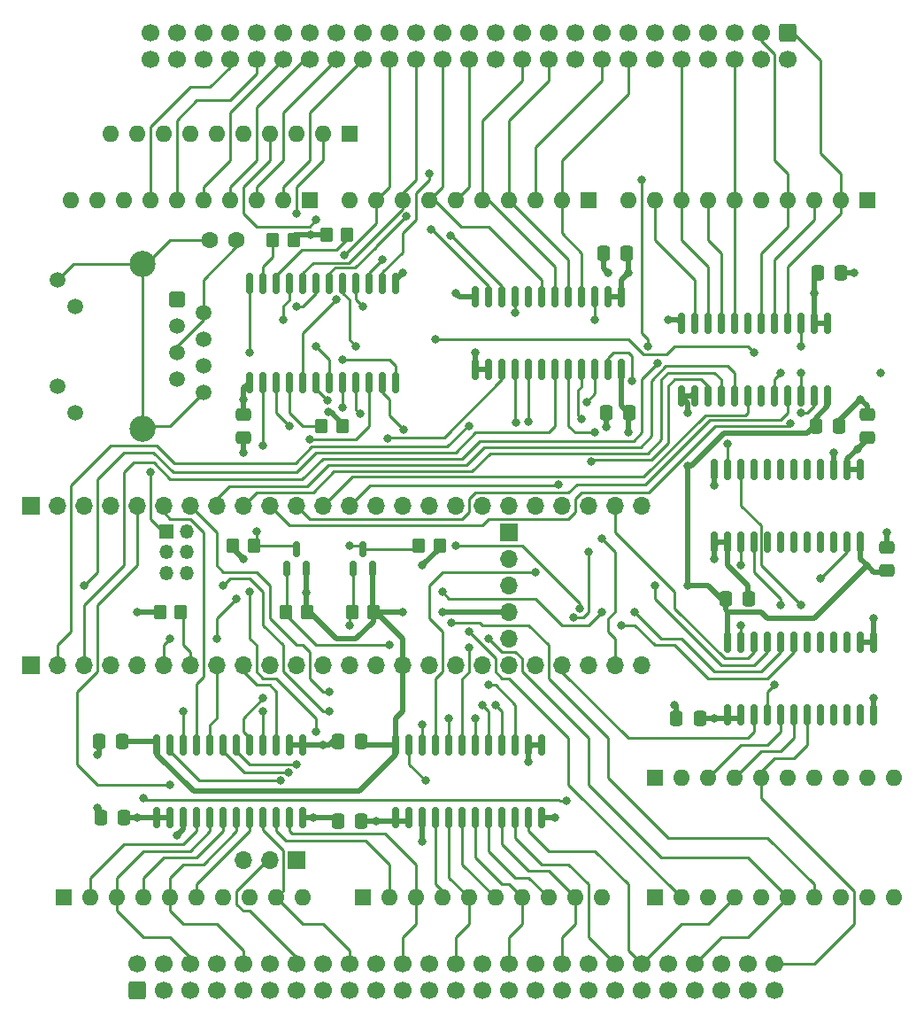
<source format=gbr>
%TF.GenerationSoftware,KiCad,Pcbnew,(6.0.4)*%
%TF.CreationDate,2022-05-22T11:47:51-04:00*%
%TF.ProjectId,pertec_arduino_adapter,70657274-6563-45f6-9172-6475696e6f5f,A1*%
%TF.SameCoordinates,Original*%
%TF.FileFunction,Copper,L4,Bot*%
%TF.FilePolarity,Positive*%
%FSLAX46Y46*%
G04 Gerber Fmt 4.6, Leading zero omitted, Abs format (unit mm)*
G04 Created by KiCad (PCBNEW (6.0.4)) date 2022-05-22 11:47:51*
%MOMM*%
%LPD*%
G01*
G04 APERTURE LIST*
G04 Aperture macros list*
%AMRoundRect*
0 Rectangle with rounded corners*
0 $1 Rounding radius*
0 $2 $3 $4 $5 $6 $7 $8 $9 X,Y pos of 4 corners*
0 Add a 4 corners polygon primitive as box body*
4,1,4,$2,$3,$4,$5,$6,$7,$8,$9,$2,$3,0*
0 Add four circle primitives for the rounded corners*
1,1,$1+$1,$2,$3*
1,1,$1+$1,$4,$5*
1,1,$1+$1,$6,$7*
1,1,$1+$1,$8,$9*
0 Add four rect primitives between the rounded corners*
20,1,$1+$1,$2,$3,$4,$5,0*
20,1,$1+$1,$4,$5,$6,$7,0*
20,1,$1+$1,$6,$7,$8,$9,0*
20,1,$1+$1,$8,$9,$2,$3,0*%
G04 Aperture macros list end*
%TA.AperFunction,ComponentPad*%
%ADD10RoundRect,0.250500X-0.499500X0.499500X-0.499500X-0.499500X0.499500X-0.499500X0.499500X0.499500X0*%
%TD*%
%TA.AperFunction,ComponentPad*%
%ADD11C,1.500000*%
%TD*%
%TA.AperFunction,ComponentPad*%
%ADD12C,2.500000*%
%TD*%
%TA.AperFunction,ComponentPad*%
%ADD13R,1.700000X1.700000*%
%TD*%
%TA.AperFunction,ComponentPad*%
%ADD14O,1.700000X1.700000*%
%TD*%
%TA.AperFunction,ComponentPad*%
%ADD15RoundRect,0.250000X0.600000X-0.600000X0.600000X0.600000X-0.600000X0.600000X-0.600000X-0.600000X0*%
%TD*%
%TA.AperFunction,ComponentPad*%
%ADD16C,1.700000*%
%TD*%
%TA.AperFunction,ComponentPad*%
%ADD17R,1.350000X1.350000*%
%TD*%
%TA.AperFunction,ComponentPad*%
%ADD18O,1.350000X1.350000*%
%TD*%
%TA.AperFunction,ComponentPad*%
%ADD19R,1.600000X1.600000*%
%TD*%
%TA.AperFunction,ComponentPad*%
%ADD20O,1.600000X1.600000*%
%TD*%
%TA.AperFunction,ComponentPad*%
%ADD21C,1.600000*%
%TD*%
%TA.AperFunction,ComponentPad*%
%ADD22RoundRect,0.250000X-0.600000X0.600000X-0.600000X-0.600000X0.600000X-0.600000X0.600000X0.600000X0*%
%TD*%
%TA.AperFunction,SMDPad,CuDef*%
%ADD23RoundRect,0.250000X0.350000X0.450000X-0.350000X0.450000X-0.350000X-0.450000X0.350000X-0.450000X0*%
%TD*%
%TA.AperFunction,SMDPad,CuDef*%
%ADD24RoundRect,0.250000X0.337500X0.475000X-0.337500X0.475000X-0.337500X-0.475000X0.337500X-0.475000X0*%
%TD*%
%TA.AperFunction,SMDPad,CuDef*%
%ADD25RoundRect,0.150000X-0.150000X0.875000X-0.150000X-0.875000X0.150000X-0.875000X0.150000X0.875000X0*%
%TD*%
%TA.AperFunction,SMDPad,CuDef*%
%ADD26RoundRect,0.250000X-0.350000X-0.450000X0.350000X-0.450000X0.350000X0.450000X-0.350000X0.450000X0*%
%TD*%
%TA.AperFunction,SMDPad,CuDef*%
%ADD27RoundRect,0.150000X-0.150000X0.837500X-0.150000X-0.837500X0.150000X-0.837500X0.150000X0.837500X0*%
%TD*%
%TA.AperFunction,SMDPad,CuDef*%
%ADD28RoundRect,0.250000X-0.337500X-0.475000X0.337500X-0.475000X0.337500X0.475000X-0.337500X0.475000X0*%
%TD*%
%TA.AperFunction,SMDPad,CuDef*%
%ADD29RoundRect,0.150000X0.150000X-0.587500X0.150000X0.587500X-0.150000X0.587500X-0.150000X-0.587500X0*%
%TD*%
%TA.AperFunction,SMDPad,CuDef*%
%ADD30RoundRect,0.150000X0.150000X-0.837500X0.150000X0.837500X-0.150000X0.837500X-0.150000X-0.837500X0*%
%TD*%
%TA.AperFunction,SMDPad,CuDef*%
%ADD31RoundRect,0.250000X0.475000X-0.337500X0.475000X0.337500X-0.475000X0.337500X-0.475000X-0.337500X0*%
%TD*%
%TA.AperFunction,SMDPad,CuDef*%
%ADD32RoundRect,0.250000X-0.475000X0.337500X-0.475000X-0.337500X0.475000X-0.337500X0.475000X0.337500X0*%
%TD*%
%TA.AperFunction,ViaPad*%
%ADD33C,0.800000*%
%TD*%
%TA.AperFunction,Conductor*%
%ADD34C,0.508000*%
%TD*%
%TA.AperFunction,Conductor*%
%ADD35C,0.250000*%
%TD*%
G04 APERTURE END LIST*
D10*
%TO.P,J7,1,TX+*%
%TO.N,ETHERNET_TP*%
X104140000Y-67945000D03*
D11*
%TO.P,J7,2,TXC*%
%TO.N,Net-(C1-Pad1)*%
X106680000Y-69215000D03*
%TO.P,J7,3,TX-*%
%TO.N,ETHERNET_TM*%
X104140000Y-70485000D03*
%TO.P,J7,4,RX+*%
%TO.N,ETHERNET_RP*%
X106680000Y-71755000D03*
%TO.P,J7,5,RXC*%
%TO.N,Net-(C1-Pad1)*%
X104140000Y-73025000D03*
%TO.P,J7,6,RX-*%
%TO.N,ETHERNET_RM*%
X106680000Y-74295000D03*
%TO.P,J7,7,NC*%
%TO.N,unconnected-(J7-Pad7)*%
X104140000Y-75565000D03*
%TO.P,J7,8,GND*%
%TO.N,ETHERNET_G*%
X106680000Y-76835000D03*
%TO.P,J7,9,LEDG_K*%
X92710000Y-66065000D03*
%TO.P,J7,10,LEDG_A*%
%TO.N,ETHERNET_LED*%
X94410000Y-68605000D03*
%TO.P,J7,11,LEDY_K*%
%TO.N,unconnected-(J7-Pad11)*%
X92710000Y-76175000D03*
%TO.P,J7,12,LEDY_A*%
%TO.N,unconnected-(J7-Pad12)*%
X94410000Y-78715000D03*
D12*
%TO.P,J7,13,SHIELD*%
%TO.N,ETHERNET_G*%
X100840000Y-80265000D03*
X100840000Y-64515000D03*
%TD*%
D13*
%TO.P,J4,1,Pin_1*%
%TO.N,+5V*%
X90170000Y-87630000D03*
D14*
%TO.P,J4,2,Pin_2*%
%TO.N,GNDREF*%
X92710000Y-87630000D03*
%TO.P,J4,3,Pin_3*%
%TO.N,+3V3*%
X95250000Y-87630000D03*
%TO.P,J4,4,Pin_4*%
%TO.N,LVIW6*%
X97790000Y-87630000D03*
%TO.P,J4,5,Pin_5*%
%TO.N,LVIW7*%
X100330000Y-87630000D03*
%TO.P,J4,6,Pin_6*%
%TO.N,LVIW4*%
X102870000Y-87630000D03*
%TO.P,J4,7,Pin_7*%
%TO.N,LVIW5*%
X105410000Y-87630000D03*
%TO.P,J4,8,Pin_8*%
%TO.N,LVIR7*%
X107950000Y-87630000D03*
%TO.P,J4,9,Pin_9*%
%TO.N,LVIR6*%
X110490000Y-87630000D03*
%TO.P,J4,10,Pin_10*%
%TO.N,LVIR1*%
X113030000Y-87630000D03*
%TO.P,J4,11,Pin_11*%
%TO.N,LVIR0*%
X115570000Y-87630000D03*
%TO.P,J4,12,Pin_12*%
%TO.N,LVIR4*%
X118110000Y-87630000D03*
%TO.P,J4,13,Pin_13*%
%TO.N,LVIR5*%
X120650000Y-87630000D03*
%TO.P,J4,14,Pin_14*%
%TO.N,LVILWD*%
X123190000Y-87630000D03*
%TO.P,J4,15,Pin_15*%
%TO.N,GNDREF*%
X125730000Y-87630000D03*
%TO.P,J4,16,Pin_16*%
%TO.N,LVIR2*%
X128270000Y-87630000D03*
%TO.P,J4,17,Pin_17*%
%TO.N,LVIR3*%
X130810000Y-87630000D03*
%TO.P,J4,18,Pin_18*%
%TO.N,LVIW2*%
X133350000Y-87630000D03*
%TO.P,J4,19,Pin_19*%
%TO.N,LVIW3*%
X135890000Y-87630000D03*
%TO.P,J4,20,Pin_20*%
%TO.N,LVIWSTR*%
X138430000Y-87630000D03*
%TO.P,J4,21,Pin_21*%
%TO.N,LVIRSTR*%
X140970000Y-87630000D03*
%TO.P,J4,22,Pin_22*%
%TO.N,LVIHER*%
X143510000Y-87630000D03*
%TO.P,J4,23,Pin_23*%
%TO.N,LVICER*%
X146050000Y-87630000D03*
%TO.P,J4,24,Pin_24*%
%TO.N,LVIFBY*%
X148590000Y-87630000D03*
%TD*%
D13*
%TO.P,JP1,1,A*%
%TO.N,Net-(JP1-Pad1)*%
X115570000Y-121545766D03*
D14*
%TO.P,JP1,2,C*%
%TO.N,ISGL*%
X113030000Y-121545766D03*
%TO.P,JP1,3,B*%
%TO.N,Net-(JP1-Pad3)*%
X110490000Y-121545766D03*
%TD*%
D15*
%TO.P,J1,1,Pin_1*%
%TO.N,GNDREF*%
X100325000Y-133985000D03*
D16*
%TO.P,J1,2,Pin_2*%
%TO.N,IFBY*%
X100325000Y-131445000D03*
%TO.P,J1,3,Pin_3*%
%TO.N,GNDREF*%
X102865000Y-133985000D03*
%TO.P,J1,4,Pin_4*%
%TO.N,ILWD*%
X102865000Y-131445000D03*
%TO.P,J1,5,Pin_5*%
%TO.N,GNDREF*%
X105405000Y-133985000D03*
%TO.P,J1,6,Pin_6*%
%TO.N,IW4*%
X105405000Y-131445000D03*
%TO.P,J1,7,Pin_7*%
%TO.N,GNDREF*%
X107945000Y-133985000D03*
%TO.P,J1,8,Pin_8*%
%TO.N,IGO*%
X107945000Y-131445000D03*
%TO.P,J1,9,Pin_9*%
%TO.N,GNDREF*%
X110485000Y-133985000D03*
%TO.P,J1,10,Pin_10*%
%TO.N,IW0*%
X110485000Y-131445000D03*
%TO.P,J1,11,Pin_11*%
%TO.N,GNDREF*%
X113025000Y-133985000D03*
%TO.P,J1,12,Pin_12*%
%TO.N,IW1*%
X113025000Y-131445000D03*
%TO.P,J1,13,Pin_13*%
%TO.N,GNDREF*%
X115565000Y-133985000D03*
%TO.P,J1,14,Pin_14*%
%TO.N,ISGL*%
X115565000Y-131445000D03*
%TO.P,J1,15,Pin_15*%
%TO.N,GNDREF*%
X118105000Y-133985000D03*
%TO.P,J1,16,Pin_16*%
%TO.N,ILOL*%
X118105000Y-131445000D03*
%TO.P,J1,17,Pin_17*%
%TO.N,GNDREF*%
X120645000Y-133985000D03*
%TO.P,J1,18,Pin_18*%
%TO.N,IREV*%
X120645000Y-131445000D03*
%TO.P,J1,19,Pin_19*%
%TO.N,GNDREF*%
X123185000Y-133985000D03*
%TO.P,J1,20,Pin_20*%
%TO.N,IREW*%
X123185000Y-131445000D03*
%TO.P,J1,21,Pin_21*%
%TO.N,GNDREF*%
X125725000Y-133985000D03*
%TO.P,J1,22,Pin_22*%
%TO.N,IWP*%
X125725000Y-131445000D03*
%TO.P,J1,23,Pin_23*%
%TO.N,GNDREF*%
X128265000Y-133985000D03*
%TO.P,J1,24,Pin_24*%
%TO.N,IW7*%
X128265000Y-131445000D03*
%TO.P,J1,25,Pin_25*%
%TO.N,GNDREF*%
X130805000Y-133985000D03*
%TO.P,J1,26,Pin_26*%
%TO.N,IW3*%
X130805000Y-131445000D03*
%TO.P,J1,27,Pin_27*%
%TO.N,GNDREF*%
X133345000Y-133985000D03*
%TO.P,J1,28,Pin_28*%
%TO.N,IW6*%
X133345000Y-131445000D03*
%TO.P,J1,29,Pin_29*%
%TO.N,GNDREF*%
X135885000Y-133985000D03*
%TO.P,J1,30,Pin_30*%
%TO.N,IW2*%
X135885000Y-131445000D03*
%TO.P,J1,31,Pin_31*%
%TO.N,GNDREF*%
X138425000Y-133985000D03*
%TO.P,J1,32,Pin_32*%
%TO.N,IW5*%
X138425000Y-131445000D03*
%TO.P,J1,33,Pin_33*%
%TO.N,GNDREF*%
X140965000Y-133985000D03*
%TO.P,J1,34,Pin_34*%
%TO.N,IWRT*%
X140965000Y-131445000D03*
%TO.P,J1,35,Pin_35*%
%TO.N,GNDREF*%
X143505000Y-133985000D03*
%TO.P,J1,36,Pin_36*%
%TO.N,IRTH2*%
X143505000Y-131445000D03*
%TO.P,J1,37,Pin_37*%
%TO.N,GNDREF*%
X146045000Y-133985000D03*
%TO.P,J1,38,Pin_38*%
%TO.N,IEDIT*%
X146045000Y-131445000D03*
%TO.P,J1,39,Pin_39*%
%TO.N,GNDREF*%
X148585000Y-133985000D03*
%TO.P,J1,40,Pin_40*%
%TO.N,IERASE*%
X148585000Y-131445000D03*
%TO.P,J1,41,Pin_41*%
%TO.N,GNDREF*%
X151125000Y-133985000D03*
%TO.P,J1,42,Pin_42*%
%TO.N,IWFM*%
X151125000Y-131445000D03*
%TO.P,J1,43,Pin_43*%
%TO.N,GNDREF*%
X153665000Y-133985000D03*
%TO.P,J1,44,Pin_44*%
%TO.N,IRTH1*%
X153665000Y-131445000D03*
%TO.P,J1,45,Pin_45*%
%TO.N,GNDREF*%
X156205000Y-133985000D03*
%TO.P,J1,46,Pin_46*%
%TO.N,ITAD0*%
X156205000Y-131445000D03*
%TO.P,J1,47,Pin_47*%
%TO.N,GNDREF*%
X158745000Y-133985000D03*
%TO.P,J1,48,Pin_48*%
%TO.N,IR2*%
X158745000Y-131445000D03*
%TO.P,J1,49,Pin_49*%
%TO.N,GNDREF*%
X161285000Y-133985000D03*
%TO.P,J1,50,Pin_50*%
%TO.N,IR3*%
X161285000Y-131445000D03*
%TD*%
D17*
%TO.P,J3,1,Pin_1*%
%TO.N,ETHERNET_TM*%
X103108000Y-90080000D03*
D18*
%TO.P,J3,2,Pin_2*%
%TO.N,ETHERNET_TP*%
X105108000Y-90080000D03*
%TO.P,J3,3,Pin_3*%
%TO.N,ETHERNET_LED*%
X103108000Y-92080000D03*
%TO.P,J3,4,Pin_4*%
%TO.N,ETHERNET_G*%
X105108000Y-92080000D03*
%TO.P,J3,5,Pin_5*%
%TO.N,ETHERNET_RP*%
X103108000Y-94080000D03*
%TO.P,J3,6,Pin_6*%
%TO.N,ETHERNET_RM*%
X105108000Y-94080000D03*
%TD*%
D19*
%TO.P,RN5,1,1*%
%TO.N,GNDREF*%
X93345000Y-125095000D03*
D20*
%TO.P,RN5,2,2*%
%TO.N,ILWD*%
X95885000Y-125095000D03*
%TO.P,RN5,3,3*%
%TO.N,IW4*%
X98425000Y-125095000D03*
%TO.P,RN5,4,4*%
%TO.N,IGO*%
X100965000Y-125095000D03*
%TO.P,RN5,5,5*%
%TO.N,IW0*%
X103505000Y-125095000D03*
%TO.P,RN5,6,6*%
%TO.N,IW1*%
X106045000Y-125095000D03*
%TO.P,RN5,7,7*%
%TO.N,Net-(JP1-Pad3)*%
X108585000Y-125095000D03*
%TO.P,RN5,8,8*%
%TO.N,ILOL*%
X111125000Y-125095000D03*
%TO.P,RN5,9,9*%
%TO.N,IREV*%
X113665000Y-125095000D03*
%TO.P,RN5,10,10*%
%TO.N,+5V*%
X116205000Y-125095000D03*
%TD*%
D13*
%TO.P,J5,1,Pin_1*%
%TO.N,GNDREF*%
X90180000Y-102845000D03*
D14*
%TO.P,J5,2,Pin_2*%
%TO.N,LVIFMK*%
X92720000Y-102845000D03*
%TO.P,J5,3,Pin_3*%
%TO.N,LVIRP*%
X95260000Y-102845000D03*
%TO.P,J5,4,Pin_4*%
%TO.N,LVIRDY*%
X97800000Y-102845000D03*
%TO.P,J5,5,Pin_5*%
%TO.N,DIRA*%
X100340000Y-102845000D03*
%TO.P,J5,6,Pin_6*%
%TO.N,LVIDBY*%
X102880000Y-102845000D03*
%TO.P,J5,7,Pin_7*%
%TO.N,~{LPI2C4_INT}*%
X105420000Y-102845000D03*
%TO.P,J5,8,Pin_8*%
%TO.N,LVIGO*%
X107960000Y-102845000D03*
%TO.P,J5,9,Pin_9*%
%TO.N,LVIWP*%
X110500000Y-102845000D03*
%TO.P,J5,10,Pin_10*%
%TO.N,LVIREW*%
X113040000Y-102845000D03*
%TO.P,J5,11,Pin_11*%
%TO.N,LVIREV*%
X115580000Y-102845000D03*
%TO.P,J5,12,Pin_12*%
%TO.N,LVIWRT*%
X118120000Y-102845000D03*
%TO.P,J5,13,Pin_13*%
%TO.N,LVIEDIT*%
X120660000Y-102845000D03*
%TO.P,J5,14,Pin_14*%
%TO.N,LVIERASE*%
X123200000Y-102845000D03*
%TO.P,J5,15,Pin_15*%
%TO.N,+3V3*%
X125740000Y-102845000D03*
%TO.P,J5,16,Pin_16*%
%TO.N,LPI2C4_SCL*%
X128280000Y-102845000D03*
%TO.P,J5,17,Pin_17*%
%TO.N,LPI2C4_SDA*%
X130820000Y-102845000D03*
%TO.P,J5,18,Pin_18*%
%TO.N,LVIW1*%
X133360000Y-102845000D03*
%TO.P,J5,19,Pin_19*%
%TO.N,LVIW0*%
X135900000Y-102845000D03*
%TO.P,J5,20,Pin_20*%
%TO.N,DIRB*%
X138440000Y-102845000D03*
%TO.P,J5,21,Pin_21*%
%TO.N,OEA*%
X140980000Y-102845000D03*
%TO.P,J5,22,Pin_22*%
%TO.N,LVIOFL*%
X143520000Y-102845000D03*
%TO.P,J5,23,Pin_23*%
%TO.N,LVIEOT*%
X146060000Y-102845000D03*
%TO.P,J5,24,Pin_24*%
%TO.N,LVIWFM*%
X148600000Y-102845000D03*
%TD*%
D19*
%TO.P,RN8,1,1*%
%TO.N,GNDREF*%
X120650000Y-52070000D03*
D20*
%TO.P,RN8,2,2*%
%TO.N,IFEN*%
X118110000Y-52070000D03*
%TO.P,RN8,3,3*%
%TO.N,IOFL*%
X115570000Y-52070000D03*
%TO.P,RN8,4,4*%
%TO.N,ITAD1*%
X113030000Y-52070000D03*
%TO.P,RN8,5,5*%
%TO.N,IFAD*%
X110490000Y-52070000D03*
%TO.P,RN8,6,6*%
%TO.N,IDEN*%
X107950000Y-52070000D03*
%TO.P,RN8,7,7*%
%TO.N,unconnected-(RN8-Pad7)*%
X105410000Y-52070000D03*
%TO.P,RN8,8,8*%
%TO.N,unconnected-(RN8-Pad8)*%
X102870000Y-52070000D03*
%TO.P,RN8,9,9*%
%TO.N,unconnected-(RN8-Pad9)*%
X100330000Y-52070000D03*
%TO.P,RN8,10,10*%
%TO.N,+5V*%
X97790000Y-52070000D03*
%TD*%
D19*
%TO.P,RN1,1,1*%
%TO.N,GNDREF*%
X170175000Y-58420000D03*
D20*
%TO.P,RN1,2,2*%
%TO.N,IRP*%
X167635000Y-58420000D03*
%TO.P,RN1,3,3*%
%TO.N,IR0*%
X165095000Y-58420000D03*
%TO.P,RN1,4,4*%
%TO.N,IR1*%
X162555000Y-58420000D03*
%TO.P,RN1,5,5*%
%TO.N,ILDP*%
X160015000Y-58420000D03*
%TO.P,RN1,6,6*%
%TO.N,IR4*%
X157475000Y-58420000D03*
%TO.P,RN1,7,7*%
%TO.N,IR7*%
X154935000Y-58420000D03*
%TO.P,RN1,8,8*%
%TO.N,IR6*%
X152395000Y-58420000D03*
%TO.P,RN1,9,9*%
%TO.N,IHER*%
X149855000Y-58420000D03*
%TO.P,RN1,10,10*%
%TO.N,+5V*%
X147315000Y-58420000D03*
%TD*%
D19*
%TO.P,RN4,1,1*%
%TO.N,GNDREF*%
X149865000Y-113665000D03*
D20*
%TO.P,RN4,2,2*%
%TO.N,Net-(JP1-Pad1)*%
X152405000Y-113665000D03*
%TO.P,RN4,3,3*%
%TO.N,IFBY*%
X154945000Y-113665000D03*
%TO.P,RN4,4,4*%
%TO.N,IR2*%
X157485000Y-113665000D03*
%TO.P,RN4,5,5*%
%TO.N,IR3*%
X160025000Y-113665000D03*
%TO.P,RN4,6,6*%
%TO.N,unconnected-(RN4-Pad6)*%
X162565000Y-113665000D03*
%TO.P,RN4,7,7*%
%TO.N,unconnected-(RN4-Pad7)*%
X165105000Y-113665000D03*
%TO.P,RN4,8,8*%
%TO.N,unconnected-(RN4-Pad8)*%
X167645000Y-113665000D03*
%TO.P,RN4,9,9*%
%TO.N,unconnected-(RN4-Pad9)*%
X170185000Y-113665000D03*
%TO.P,RN4,10,10*%
%TO.N,+5V*%
X172725000Y-113665000D03*
%TD*%
D19*
%TO.P,RN7,1,1*%
%TO.N,GNDREF*%
X149860000Y-125095000D03*
D20*
%TO.P,RN7,2,2*%
%TO.N,IRTH2*%
X152400000Y-125095000D03*
%TO.P,RN7,3,3*%
%TO.N,IEDIT*%
X154940000Y-125095000D03*
%TO.P,RN7,4,4*%
%TO.N,IERASE*%
X157480000Y-125095000D03*
%TO.P,RN7,5,5*%
%TO.N,IWFM*%
X160020000Y-125095000D03*
%TO.P,RN7,6,6*%
%TO.N,IRTH1*%
X162560000Y-125095000D03*
%TO.P,RN7,7,7*%
%TO.N,ITAD0*%
X165100000Y-125095000D03*
%TO.P,RN7,8,8*%
%TO.N,unconnected-(RN7-Pad8)*%
X167640000Y-125095000D03*
%TO.P,RN7,9,9*%
%TO.N,unconnected-(RN7-Pad9)*%
X170180000Y-125095000D03*
%TO.P,RN7,10,10*%
%TO.N,+5V*%
X172720000Y-125095000D03*
%TD*%
D21*
%TO.P,C1,1*%
%TO.N,Net-(C1-Pad1)*%
X109855000Y-62230000D03*
%TO.P,C1,2*%
%TO.N,ETHERNET_G*%
X107315000Y-62230000D03*
%TD*%
D19*
%TO.P,RN2,1,1*%
%TO.N,GNDREF*%
X143505000Y-58420000D03*
D20*
%TO.P,RN2,2,2*%
%TO.N,IFMK*%
X140965000Y-58420000D03*
%TO.P,RN2,3,3*%
%TO.N,IDENT*%
X138425000Y-58420000D03*
%TO.P,RN2,4,4*%
%TO.N,IR5*%
X135885000Y-58420000D03*
%TO.P,RN2,5,5*%
%TO.N,IEOT*%
X133345000Y-58420000D03*
%TO.P,RN2,6,6*%
%TO.N,INRZ*%
X130805000Y-58420000D03*
%TO.P,RN2,7,7*%
%TO.N,IRDY*%
X128265000Y-58420000D03*
%TO.P,RN2,8,8*%
%TO.N,IRWD*%
X125725000Y-58420000D03*
%TO.P,RN2,9,9*%
%TO.N,IFPT*%
X123185000Y-58420000D03*
%TO.P,RN2,10,10*%
%TO.N,+5V*%
X120645000Y-58420000D03*
%TD*%
D19*
%TO.P,RN3,1,1*%
%TO.N,GNDREF*%
X116840000Y-58420000D03*
D20*
%TO.P,RN3,2,2*%
%TO.N,IRSTR*%
X114300000Y-58420000D03*
%TO.P,RN3,3,3*%
%TO.N,IWSTR*%
X111760000Y-58420000D03*
%TO.P,RN3,4,4*%
%TO.N,IDBY*%
X109220000Y-58420000D03*
%TO.P,RN3,5,5*%
%TO.N,ISPEED*%
X106680000Y-58420000D03*
%TO.P,RN3,6,6*%
%TO.N,ICER*%
X104140000Y-58420000D03*
%TO.P,RN3,7,7*%
%TO.N,IONL*%
X101600000Y-58420000D03*
%TO.P,RN3,8,8*%
%TO.N,unconnected-(RN3-Pad8)*%
X99060000Y-58420000D03*
%TO.P,RN3,9,9*%
%TO.N,unconnected-(RN3-Pad9)*%
X96520000Y-58420000D03*
%TO.P,RN3,10,10*%
%TO.N,+5V*%
X93980000Y-58420000D03*
%TD*%
D13*
%TO.P,J6,1,Pin_1*%
%TO.N,unconnected-(J6-Pad1)*%
X135915000Y-90200000D03*
D14*
%TO.P,J6,2,Pin_2*%
%TO.N,unconnected-(J6-Pad2)*%
X135915000Y-92740000D03*
%TO.P,J6,3,Pin_3*%
%TO.N,GNDREF*%
X135915000Y-95280000D03*
%TO.P,J6,4,Pin_4*%
%TO.N,+3V3*%
X135915000Y-97820000D03*
%TO.P,J6,5,Pin_5*%
%TO.N,Net-(BT1-Pad1)*%
X135915000Y-100360000D03*
%TD*%
D19*
%TO.P,RN6,1,1*%
%TO.N,GNDREF*%
X121920000Y-125095000D03*
D20*
%TO.P,RN6,2,2*%
%TO.N,IREW*%
X124460000Y-125095000D03*
%TO.P,RN6,3,3*%
%TO.N,IWP*%
X127000000Y-125095000D03*
%TO.P,RN6,4,4*%
%TO.N,IW7*%
X129540000Y-125095000D03*
%TO.P,RN6,5,5*%
%TO.N,IW3*%
X132080000Y-125095000D03*
%TO.P,RN6,6,6*%
%TO.N,IW6*%
X134620000Y-125095000D03*
%TO.P,RN6,7,7*%
%TO.N,IW2*%
X137160000Y-125095000D03*
%TO.P,RN6,8,8*%
%TO.N,IW5*%
X139700000Y-125095000D03*
%TO.P,RN6,9,9*%
%TO.N,IWRT*%
X142240000Y-125095000D03*
%TO.P,RN6,10,10*%
%TO.N,+5V*%
X144780000Y-125095000D03*
%TD*%
D22*
%TO.P,J2,1,Pin_1*%
%TO.N,IRP*%
X162565000Y-42427500D03*
D16*
%TO.P,J2,2,Pin_2*%
%TO.N,IR0*%
X162565000Y-44967500D03*
%TO.P,J2,3,Pin_3*%
%TO.N,IR1*%
X160025000Y-42427500D03*
%TO.P,J2,4,Pin_4*%
%TO.N,ILDP*%
X160025000Y-44967500D03*
%TO.P,J2,5,Pin_5*%
%TO.N,GNDREF*%
X157485000Y-42427500D03*
%TO.P,J2,6,Pin_6*%
%TO.N,IR4*%
X157485000Y-44967500D03*
%TO.P,J2,7,Pin_7*%
%TO.N,GNDREF*%
X154945000Y-42427500D03*
%TO.P,J2,8,Pin_8*%
%TO.N,IR7*%
X154945000Y-44967500D03*
%TO.P,J2,9,Pin_9*%
%TO.N,GNDREF*%
X152405000Y-42427500D03*
%TO.P,J2,10,Pin_10*%
%TO.N,IR6*%
X152405000Y-44967500D03*
%TO.P,J2,11,Pin_11*%
%TO.N,GNDREF*%
X149865000Y-42427500D03*
%TO.P,J2,12,Pin_12*%
%TO.N,IHER*%
X149865000Y-44967500D03*
%TO.P,J2,13,Pin_13*%
%TO.N,GNDREF*%
X147325000Y-42427500D03*
%TO.P,J2,14,Pin_14*%
%TO.N,IFMK*%
X147325000Y-44967500D03*
%TO.P,J2,15,Pin_15*%
%TO.N,GNDREF*%
X144785000Y-42427500D03*
%TO.P,J2,16,Pin_16*%
%TO.N,IDENT*%
X144785000Y-44967500D03*
%TO.P,J2,17,Pin_17*%
%TO.N,GNDREF*%
X142245000Y-42427500D03*
%TO.P,J2,18,Pin_18*%
%TO.N,IFEN*%
X142245000Y-44967500D03*
%TO.P,J2,19,Pin_19*%
%TO.N,GNDREF*%
X139705000Y-42427500D03*
%TO.P,J2,20,Pin_20*%
%TO.N,IR5*%
X139705000Y-44967500D03*
%TO.P,J2,21,Pin_21*%
%TO.N,GNDREF*%
X137165000Y-42427500D03*
%TO.P,J2,22,Pin_22*%
%TO.N,IEOT*%
X137165000Y-44967500D03*
%TO.P,J2,23,Pin_23*%
%TO.N,GNDREF*%
X134625000Y-42427500D03*
%TO.P,J2,24,Pin_24*%
%TO.N,IOFL*%
X134625000Y-44967500D03*
%TO.P,J2,25,Pin_25*%
%TO.N,GNDREF*%
X132085000Y-42427500D03*
%TO.P,J2,26,Pin_26*%
%TO.N,INRZ*%
X132085000Y-44967500D03*
%TO.P,J2,27,Pin_27*%
%TO.N,GNDREF*%
X129545000Y-42427500D03*
%TO.P,J2,28,Pin_28*%
%TO.N,IRDY*%
X129545000Y-44967500D03*
%TO.P,J2,29,Pin_29*%
%TO.N,GNDREF*%
X127005000Y-42427500D03*
%TO.P,J2,30,Pin_30*%
%TO.N,IRWD*%
X127005000Y-44967500D03*
%TO.P,J2,31,Pin_31*%
%TO.N,GNDREF*%
X124465000Y-42427500D03*
%TO.P,J2,32,Pin_32*%
%TO.N,IFPT*%
X124465000Y-44967500D03*
%TO.P,J2,33,Pin_33*%
%TO.N,GNDREF*%
X121925000Y-42427500D03*
%TO.P,J2,34,Pin_34*%
%TO.N,IRSTR*%
X121925000Y-44967500D03*
%TO.P,J2,35,Pin_35*%
%TO.N,GNDREF*%
X119385000Y-42427500D03*
%TO.P,J2,36,Pin_36*%
%TO.N,IWSTR*%
X119385000Y-44967500D03*
%TO.P,J2,37,Pin_37*%
%TO.N,GNDREF*%
X116845000Y-42427500D03*
%TO.P,J2,38,Pin_38*%
%TO.N,IDBY*%
X116845000Y-44967500D03*
%TO.P,J2,39,Pin_39*%
%TO.N,GNDREF*%
X114305000Y-42427500D03*
%TO.P,J2,40,Pin_40*%
%TO.N,ISPEED*%
X114305000Y-44967500D03*
%TO.P,J2,41,Pin_41*%
%TO.N,GNDREF*%
X111765000Y-42427500D03*
%TO.P,J2,42,Pin_42*%
%TO.N,ICER*%
X111765000Y-44967500D03*
%TO.P,J2,43,Pin_43*%
%TO.N,GNDREF*%
X109225000Y-42427500D03*
%TO.P,J2,44,Pin_44*%
%TO.N,IONL*%
X109225000Y-44967500D03*
%TO.P,J2,45,Pin_45*%
%TO.N,GNDREF*%
X106685000Y-42427500D03*
%TO.P,J2,46,Pin_46*%
%TO.N,ITAD1*%
X106685000Y-44967500D03*
%TO.P,J2,47,Pin_47*%
%TO.N,GNDREF*%
X104145000Y-42427500D03*
%TO.P,J2,48,Pin_48*%
%TO.N,IFAD*%
X104145000Y-44967500D03*
%TO.P,J2,49,Pin_49*%
%TO.N,GNDREF*%
X101605000Y-42427500D03*
%TO.P,J2,50,Pin_50*%
%TO.N,IDEN*%
X101605000Y-44967500D03*
%TD*%
D23*
%TO.P,R5,1*%
%TO.N,Net-(R5-Pad1)*%
X120444412Y-61699670D03*
%TO.P,R5,2*%
%TO.N,GNDREF*%
X118444412Y-61699670D03*
%TD*%
%TO.P,R2,1*%
%TO.N,+3V3*%
X122920000Y-97790000D03*
%TO.P,R2,2*%
%TO.N,LPI2C4_SCL*%
X120920000Y-97790000D03*
%TD*%
D24*
%TO.P,C7,1*%
%TO.N,+3V3*%
X121761250Y-110172500D03*
%TO.P,C7,2*%
%TO.N,GNDREF*%
X119538750Y-110172500D03*
%TD*%
%TO.P,C10,1*%
%TO.N,+5V*%
X99060000Y-117475000D03*
%TO.P,C10,2*%
%TO.N,GNDREF*%
X96837500Y-117475000D03*
%TD*%
D25*
%TO.P,U7,1,~{INT}*%
%TO.N,~{LPI2C4_INT}*%
X111125000Y-66357500D03*
%TO.P,U7,2,A1*%
%TO.N,Net-(R6-Pad1)*%
X112395000Y-66357500D03*
%TO.P,U7,3,A2*%
%TO.N,Net-(R5-Pad1)*%
X113665000Y-66357500D03*
%TO.P,U7,4,P00*%
%TO.N,IDENT*%
X114935000Y-66357500D03*
%TO.P,U7,5,P01*%
%TO.N,IRWD*%
X116205000Y-66357500D03*
%TO.P,U7,6,P02*%
%TO.N,ISPEED*%
X117475000Y-66357500D03*
%TO.P,U7,7,P03*%
%TO.N,INRZ*%
X118745000Y-66357500D03*
%TO.P,U7,8,P04*%
%TO.N,ITAD0*%
X120015000Y-66357500D03*
%TO.P,U7,9,P05*%
%TO.N,IFEN*%
X121285000Y-66357500D03*
%TO.P,U7,10,P06*%
%TO.N,ITAD1*%
X122555000Y-66357500D03*
%TO.P,U7,11,P07*%
%TO.N,IFAD*%
X123825000Y-66357500D03*
%TO.P,U7,12,GND*%
%TO.N,GNDREF*%
X125095000Y-66357500D03*
%TO.P,U7,13,P10*%
%TO.N,IDEN*%
X125095000Y-75882500D03*
%TO.P,U7,14,P11*%
%TO.N,ISGL*%
X123825000Y-75882500D03*
%TO.P,U7,15,P12*%
%TO.N,ILOL*%
X122555000Y-75882500D03*
%TO.P,U7,16,P13*%
%TO.N,IRTH2*%
X121285000Y-75882500D03*
%TO.P,U7,17,P14*%
%TO.N,IRTH1*%
X120015000Y-75882500D03*
%TO.P,U7,18,P15*%
%TO.N,IONL*%
X118745000Y-75882500D03*
%TO.P,U7,19,P16*%
%TO.N,ILDP*%
X117475000Y-75882500D03*
%TO.P,U7,20,P17*%
%TO.N,IFPT*%
X116205000Y-75882500D03*
%TO.P,U7,21,A0*%
%TO.N,Net-(R8-Pad1)*%
X114935000Y-75882500D03*
%TO.P,U7,22,SCL*%
%TO.N,Net-(Q2-Pad3)*%
X113665000Y-75882500D03*
%TO.P,U7,23,SDA*%
%TO.N,Net-(Q1-Pad3)*%
X112395000Y-75882500D03*
%TO.P,U7,24,VCC*%
%TO.N,+5V*%
X111125000Y-75882500D03*
%TD*%
D24*
%TO.P,C5,1*%
%TO.N,+3V3*%
X147393750Y-78740000D03*
%TO.P,C5,2*%
%TO.N,GNDREF*%
X145171250Y-78740000D03*
%TD*%
D26*
%TO.P,R8,1*%
%TO.N,Net-(R8-Pad1)*%
X117982252Y-79982087D03*
%TO.P,R8,2*%
%TO.N,GNDREF*%
X119982252Y-79982087D03*
%TD*%
D24*
%TO.P,C3,1*%
%TO.N,+3V3*%
X98901250Y-110172500D03*
%TO.P,C3,2*%
%TO.N,GNDREF*%
X96678750Y-110172500D03*
%TD*%
D27*
%TO.P,U4,1,VCCA*%
%TO.N,+3V3*%
X125095000Y-110490000D03*
%TO.P,U4,2,DIR*%
%TO.N,DIRB*%
X126365000Y-110490000D03*
%TO.P,U4,3,A1*%
%TO.N,LVIW7*%
X127635000Y-110490000D03*
%TO.P,U4,4,A2*%
%TO.N,LVIW3*%
X128905000Y-110490000D03*
%TO.P,U4,5,A3*%
%TO.N,LVIW6*%
X130175000Y-110490000D03*
%TO.P,U4,6,A4*%
%TO.N,LVIW2*%
X131445000Y-110490000D03*
%TO.P,U4,7,A5*%
%TO.N,LVIW5*%
X132715000Y-110490000D03*
%TO.P,U4,8,A6*%
%TO.N,LVIWRT*%
X133985000Y-110490000D03*
%TO.P,U4,9,A7*%
%TO.N,LVIEDIT*%
X135255000Y-110490000D03*
%TO.P,U4,10,A8*%
%TO.N,LVIERASE*%
X136525000Y-110490000D03*
%TO.P,U4,11,GND*%
%TO.N,GNDREF*%
X137795000Y-110490000D03*
%TO.P,U4,12,GND*%
X139065000Y-110490000D03*
%TO.P,U4,13,GND*%
X139065000Y-117475000D03*
%TO.P,U4,14,B8*%
%TO.N,IERASE*%
X137795000Y-117475000D03*
%TO.P,U4,15,B7*%
%TO.N,IEDIT*%
X136525000Y-117475000D03*
%TO.P,U4,16,B6*%
%TO.N,IWRT*%
X135255000Y-117475000D03*
%TO.P,U4,17,B5*%
%TO.N,IW5*%
X133985000Y-117475000D03*
%TO.P,U4,18,B4*%
%TO.N,IW2*%
X132715000Y-117475000D03*
%TO.P,U4,19,B3*%
%TO.N,IW6*%
X131445000Y-117475000D03*
%TO.P,U4,20,B2*%
%TO.N,IW3*%
X130175000Y-117475000D03*
%TO.P,U4,21,B1*%
%TO.N,IW7*%
X128905000Y-117475000D03*
%TO.P,U4,22,~{OE}*%
%TO.N,GNDREF*%
X127635000Y-117475000D03*
%TO.P,U4,23,VCCB*%
%TO.N,+5V*%
X126365000Y-117475000D03*
%TO.P,U4,24,VCCB*%
X125095000Y-117475000D03*
%TD*%
D28*
%TO.P,C14,1*%
%TO.N,+5V*%
X165417500Y-65405000D03*
%TO.P,C14,2*%
%TO.N,GNDREF*%
X167640000Y-65405000D03*
%TD*%
D23*
%TO.P,R1,1*%
%TO.N,+3V3*%
X116570000Y-97790000D03*
%TO.P,R1,2*%
%TO.N,LPI2C4_SDA*%
X114570000Y-97790000D03*
%TD*%
D29*
%TO.P,Q1,1,G*%
%TO.N,+3V3*%
X116522500Y-93662500D03*
%TO.P,Q1,2,S*%
%TO.N,LPI2C4_SDA*%
X114617500Y-93662500D03*
%TO.P,Q1,3,D*%
%TO.N,Net-(Q1-Pad3)*%
X115570000Y-91757500D03*
%TD*%
D30*
%TO.P,U2,1,VCCA*%
%TO.N,+3V3*%
X146685000Y-74612500D03*
%TO.P,U2,2,DIR*%
%TO.N,DIRA*%
X145415000Y-74612500D03*
%TO.P,U2,3,A1*%
%TO.N,LVIFMK*%
X144145000Y-74612500D03*
%TO.P,U2,4,A2*%
%TO.N,LVIR5*%
X142875000Y-74612500D03*
%TO.P,U2,5,A3*%
%TO.N,LVIEOT*%
X141605000Y-74612500D03*
%TO.P,U2,6,A4*%
%TO.N,LVIRDY*%
X140335000Y-74612500D03*
%TO.P,U2,7,A5*%
%TO.N,unconnected-(U2-Pad7)*%
X139065000Y-74612500D03*
%TO.P,U2,8,A6*%
%TO.N,LVIRSTR*%
X137795000Y-74612500D03*
%TO.P,U2,9,A7*%
%TO.N,LVIWSTR*%
X136525000Y-74612500D03*
%TO.P,U2,10,A8*%
%TO.N,LVIDBY*%
X135255000Y-74612500D03*
%TO.P,U2,11,GND*%
%TO.N,GNDREF*%
X133985000Y-74612500D03*
%TO.P,U2,12,GND*%
X132715000Y-74612500D03*
%TO.P,U2,13,GND*%
X132715000Y-67627500D03*
%TO.P,U2,14,B8*%
%TO.N,IDBY*%
X133985000Y-67627500D03*
%TO.P,U2,15,B7*%
%TO.N,IWSTR*%
X135255000Y-67627500D03*
%TO.P,U2,16,B6*%
%TO.N,IRSTR*%
X136525000Y-67627500D03*
%TO.P,U2,17,B5*%
%TO.N,unconnected-(U2-Pad17)*%
X137795000Y-67627500D03*
%TO.P,U2,18,B4*%
%TO.N,IRDY*%
X139065000Y-67627500D03*
%TO.P,U2,19,B3*%
%TO.N,IEOT*%
X140335000Y-67627500D03*
%TO.P,U2,20,B2*%
%TO.N,IR5*%
X141605000Y-67627500D03*
%TO.P,U2,21,B1*%
%TO.N,IFMK*%
X142875000Y-67627500D03*
%TO.P,U2,22,~{OE}*%
%TO.N,OEA*%
X144145000Y-67627500D03*
%TO.P,U2,23,VCCB*%
%TO.N,+5V*%
X145415000Y-67627500D03*
%TO.P,U2,24,VCCB*%
X146685000Y-67627500D03*
%TD*%
D24*
%TO.P,C8,1*%
%TO.N,+5V*%
X121761250Y-117792500D03*
%TO.P,C8,2*%
%TO.N,GNDREF*%
X119538750Y-117792500D03*
%TD*%
D23*
%TO.P,R4,1*%
%TO.N,+5V*%
X129270000Y-91440000D03*
%TO.P,R4,2*%
%TO.N,Net-(Q2-Pad3)*%
X127270000Y-91440000D03*
%TD*%
D26*
%TO.P,R7,1*%
%TO.N,+3V3*%
X102505000Y-97790000D03*
%TO.P,R7,2*%
%TO.N,~{LPI2C4_INT}*%
X104505000Y-97790000D03*
%TD*%
D28*
%TO.P,C11,1*%
%TO.N,+3V3*%
X156601250Y-96520000D03*
%TO.P,C11,2*%
%TO.N,GNDREF*%
X158823750Y-96520000D03*
%TD*%
D30*
%TO.P,U5,1,VCCA*%
%TO.N,+3V3*%
X169545000Y-91122500D03*
%TO.P,U5,2,DIR*%
%TO.N,DIRB*%
X168275000Y-91122500D03*
%TO.P,U5,3,A1*%
%TO.N,unconnected-(U5-Pad3)*%
X167005000Y-91122500D03*
%TO.P,U5,4,A2*%
%TO.N,unconnected-(U5-Pad4)*%
X165735000Y-91122500D03*
%TO.P,U5,5,A3*%
%TO.N,unconnected-(U5-Pad5)*%
X164465000Y-91122500D03*
%TO.P,U5,6,A4*%
%TO.N,unconnected-(U5-Pad6)*%
X163195000Y-91122500D03*
%TO.P,U5,7,A5*%
%TO.N,unconnected-(U5-Pad7)*%
X161925000Y-91122500D03*
%TO.P,U5,8,A6*%
%TO.N,unconnected-(U5-Pad8)*%
X160655000Y-91122500D03*
%TO.P,U5,9,A7*%
%TO.N,LVIWFM*%
X159385000Y-91122500D03*
%TO.P,U5,10,A8*%
%TO.N,LVIOFL*%
X158115000Y-91122500D03*
%TO.P,U5,11,GND*%
%TO.N,GNDREF*%
X156845000Y-91122500D03*
%TO.P,U5,12,GND*%
X155575000Y-91122500D03*
%TO.P,U5,13,GND*%
X155575000Y-84137500D03*
%TO.P,U5,14,B8*%
%TO.N,IOFL*%
X156845000Y-84137500D03*
%TO.P,U5,15,B7*%
%TO.N,IWFM*%
X158115000Y-84137500D03*
%TO.P,U5,16,B6*%
%TO.N,unconnected-(U5-Pad16)*%
X159385000Y-84137500D03*
%TO.P,U5,17,B5*%
%TO.N,unconnected-(U5-Pad17)*%
X160655000Y-84137500D03*
%TO.P,U5,18,B4*%
%TO.N,unconnected-(U5-Pad18)*%
X161925000Y-84137500D03*
%TO.P,U5,19,B3*%
%TO.N,unconnected-(U5-Pad19)*%
X163195000Y-84137500D03*
%TO.P,U5,20,B2*%
%TO.N,unconnected-(U5-Pad20)*%
X164465000Y-84137500D03*
%TO.P,U5,21,B1*%
%TO.N,unconnected-(U5-Pad21)*%
X165735000Y-84137500D03*
%TO.P,U5,22,~{OE}*%
%TO.N,GNDREF*%
X167005000Y-84137500D03*
%TO.P,U5,23,VCCB*%
%TO.N,+5V*%
X168275000Y-84137500D03*
%TO.P,U5,24,VCCB*%
X169545000Y-84137500D03*
%TD*%
D29*
%TO.P,Q2,1,G*%
%TO.N,+3V3*%
X122872500Y-93662500D03*
%TO.P,Q2,2,S*%
%TO.N,LPI2C4_SCL*%
X120967500Y-93662500D03*
%TO.P,Q2,3,D*%
%TO.N,Net-(Q2-Pad3)*%
X121920000Y-91757500D03*
%TD*%
D30*
%TO.P,U1,1,VCCA*%
%TO.N,+3V3*%
X166370000Y-77152500D03*
%TO.P,U1,2,DIR*%
%TO.N,DIRA*%
X165100000Y-77152500D03*
%TO.P,U1,3,A1*%
%TO.N,LVIRP*%
X163830000Y-77152500D03*
%TO.P,U1,4,A2*%
%TO.N,LVIR0*%
X162560000Y-77152500D03*
%TO.P,U1,5,A3*%
%TO.N,LVIR1*%
X161290000Y-77152500D03*
%TO.P,U1,6,A4*%
%TO.N,unconnected-(U1-Pad6)*%
X160020000Y-77152500D03*
%TO.P,U1,7,A5*%
%TO.N,LVIR4*%
X158750000Y-77152500D03*
%TO.P,U1,8,A6*%
%TO.N,LVIR7*%
X157480000Y-77152500D03*
%TO.P,U1,9,A7*%
%TO.N,LVIR6*%
X156210000Y-77152500D03*
%TO.P,U1,10,A8*%
%TO.N,LVIHER*%
X154940000Y-77152500D03*
%TO.P,U1,11,GND*%
%TO.N,GNDREF*%
X153670000Y-77152500D03*
%TO.P,U1,12,GND*%
X152400000Y-77152500D03*
%TO.P,U1,13,GND*%
X152400000Y-70167500D03*
%TO.P,U1,14,B8*%
%TO.N,IHER*%
X153670000Y-70167500D03*
%TO.P,U1,15,B7*%
%TO.N,IR6*%
X154940000Y-70167500D03*
%TO.P,U1,16,B6*%
%TO.N,IR7*%
X156210000Y-70167500D03*
%TO.P,U1,17,B5*%
%TO.N,IR4*%
X157480000Y-70167500D03*
%TO.P,U1,18,B4*%
%TO.N,unconnected-(U1-Pad18)*%
X158750000Y-70167500D03*
%TO.P,U1,19,B3*%
%TO.N,IR1*%
X160020000Y-70167500D03*
%TO.P,U1,20,B2*%
%TO.N,IR0*%
X161290000Y-70167500D03*
%TO.P,U1,21,B1*%
%TO.N,IRP*%
X162560000Y-70167500D03*
%TO.P,U1,22,~{OE}*%
%TO.N,OEA*%
X163830000Y-70167500D03*
%TO.P,U1,23,VCCB*%
%TO.N,+5V*%
X165100000Y-70167500D03*
%TO.P,U1,24,VCCB*%
X166370000Y-70167500D03*
%TD*%
D27*
%TO.P,U6,1,VCCA*%
%TO.N,+3V3*%
X102235000Y-110490000D03*
%TO.P,U6,2,DIR*%
%TO.N,DIRB*%
X103505000Y-110490000D03*
%TO.P,U6,3,A1*%
%TO.N,LVILWD*%
X104775000Y-110490000D03*
%TO.P,U6,4,A2*%
%TO.N,LVIW4*%
X106045000Y-110490000D03*
%TO.P,U6,5,A3*%
%TO.N,LVIGO*%
X107315000Y-110490000D03*
%TO.P,U6,6,A4*%
%TO.N,LVIW0*%
X108585000Y-110490000D03*
%TO.P,U6,7,A5*%
%TO.N,LVIW1*%
X109855000Y-110490000D03*
%TO.P,U6,8,A6*%
%TO.N,LVIREV*%
X111125000Y-110490000D03*
%TO.P,U6,9,A7*%
%TO.N,LVIREW*%
X112395000Y-110490000D03*
%TO.P,U6,10,A8*%
%TO.N,LVIWP*%
X113665000Y-110490000D03*
%TO.P,U6,11,GND*%
%TO.N,GNDREF*%
X114935000Y-110490000D03*
%TO.P,U6,12,GND*%
X116205000Y-110490000D03*
%TO.P,U6,13,GND*%
X116205000Y-117475000D03*
%TO.P,U6,14,B8*%
%TO.N,IWP*%
X114935000Y-117475000D03*
%TO.P,U6,15,B7*%
%TO.N,IREW*%
X113665000Y-117475000D03*
%TO.P,U6,16,B6*%
%TO.N,IREV*%
X112395000Y-117475000D03*
%TO.P,U6,17,B5*%
%TO.N,IW1*%
X111125000Y-117475000D03*
%TO.P,U6,18,B4*%
%TO.N,IW0*%
X109855000Y-117475000D03*
%TO.P,U6,19,B3*%
%TO.N,IGO*%
X108585000Y-117475000D03*
%TO.P,U6,20,B2*%
%TO.N,IW4*%
X107315000Y-117475000D03*
%TO.P,U6,21,B1*%
%TO.N,ILWD*%
X106045000Y-117475000D03*
%TO.P,U6,22,~{OE}*%
%TO.N,GNDREF*%
X104775000Y-117475000D03*
%TO.P,U6,23,VCCB*%
%TO.N,+5V*%
X103505000Y-117475000D03*
%TO.P,U6,24,VCCB*%
X102235000Y-117475000D03*
%TD*%
D28*
%TO.P,C9,1*%
%TO.N,+3V3*%
X165258750Y-80010000D03*
%TO.P,C9,2*%
%TO.N,GNDREF*%
X167481250Y-80010000D03*
%TD*%
D26*
%TO.P,R3,1*%
%TO.N,+5V*%
X109490000Y-91440000D03*
%TO.P,R3,2*%
%TO.N,Net-(Q1-Pad3)*%
X111490000Y-91440000D03*
%TD*%
%TO.P,R6,1*%
%TO.N,Net-(R6-Pad1)*%
X113300000Y-62230000D03*
%TO.P,R6,2*%
%TO.N,GNDREF*%
X115300000Y-62230000D03*
%TD*%
D31*
%TO.P,C13,1*%
%TO.N,+3V3*%
X172085000Y-93821250D03*
%TO.P,C13,2*%
%TO.N,GNDREF*%
X172085000Y-91598750D03*
%TD*%
D24*
%TO.P,C4,1*%
%TO.N,+5V*%
X147161250Y-63500000D03*
%TO.P,C4,2*%
%TO.N,GNDREF*%
X144938750Y-63500000D03*
%TD*%
D27*
%TO.P,U3,1,VCCA*%
%TO.N,+3V3*%
X156845000Y-100647500D03*
%TO.P,U3,2,DIR*%
%TO.N,DIRA*%
X158115000Y-100647500D03*
%TO.P,U3,3,A1*%
%TO.N,LVICER*%
X159385000Y-100647500D03*
%TO.P,U3,4,A2*%
%TO.N,LVIFBY*%
X160655000Y-100647500D03*
%TO.P,U3,5,A3*%
%TO.N,LVIR2*%
X161925000Y-100647500D03*
%TO.P,U3,6,A4*%
%TO.N,LVIR3*%
X163195000Y-100647500D03*
%TO.P,U3,7,A5*%
%TO.N,unconnected-(U3-Pad7)*%
X164465000Y-100647500D03*
%TO.P,U3,8,A6*%
%TO.N,unconnected-(U3-Pad8)*%
X165735000Y-100647500D03*
%TO.P,U3,9,A7*%
%TO.N,unconnected-(U3-Pad9)*%
X167005000Y-100647500D03*
%TO.P,U3,10,A8*%
%TO.N,unconnected-(U3-Pad10)*%
X168275000Y-100647500D03*
%TO.P,U3,11,GND*%
%TO.N,GNDREF*%
X169545000Y-100647500D03*
%TO.P,U3,12,GND*%
X170815000Y-100647500D03*
%TO.P,U3,13,GND*%
X170815000Y-107632500D03*
%TO.P,U3,14,B8*%
%TO.N,unconnected-(U3-Pad14)*%
X169545000Y-107632500D03*
%TO.P,U3,15,B7*%
%TO.N,unconnected-(U3-Pad15)*%
X168275000Y-107632500D03*
%TO.P,U3,16,B6*%
%TO.N,unconnected-(U3-Pad16)*%
X167005000Y-107632500D03*
%TO.P,U3,17,B5*%
%TO.N,unconnected-(U3-Pad17)*%
X165735000Y-107632500D03*
%TO.P,U3,18,B4*%
%TO.N,IR3*%
X164465000Y-107632500D03*
%TO.P,U3,19,B3*%
%TO.N,IR2*%
X163195000Y-107632500D03*
%TO.P,U3,20,B2*%
%TO.N,IFBY*%
X161925000Y-107632500D03*
%TO.P,U3,21,B1*%
%TO.N,ICER*%
X160655000Y-107632500D03*
%TO.P,U3,22,~{OE}*%
%TO.N,OEA*%
X159385000Y-107632500D03*
%TO.P,U3,23,VCCB*%
%TO.N,+5V*%
X158115000Y-107632500D03*
%TO.P,U3,24,VCCB*%
X156845000Y-107632500D03*
%TD*%
D24*
%TO.P,C6,1*%
%TO.N,+5V*%
X154146250Y-107950000D03*
%TO.P,C6,2*%
%TO.N,GNDREF*%
X151923750Y-107950000D03*
%TD*%
D32*
%TO.P,C2,1*%
%TO.N,+5V*%
X110490000Y-78898750D03*
%TO.P,C2,2*%
%TO.N,GNDREF*%
X110490000Y-81121250D03*
%TD*%
D31*
%TO.P,C12,1*%
%TO.N,+5V*%
X170180000Y-81121250D03*
%TO.P,C12,2*%
%TO.N,GNDREF*%
X170180000Y-78898750D03*
%TD*%
D33*
%TO.N,GNDREF*%
X155575000Y-92710000D03*
X168910000Y-65405000D03*
X140335000Y-117475000D03*
X170815000Y-106045000D03*
X110490000Y-82550000D03*
X130810000Y-67310000D03*
X145415000Y-65405000D03*
X145187051Y-80065824D03*
X96520000Y-111442500D03*
X169545000Y-77470000D03*
X132715000Y-73025000D03*
X151130000Y-69850000D03*
X167005000Y-82550000D03*
X96520000Y-116522500D03*
X125730000Y-65405000D03*
X117187500Y-117445000D03*
X171450000Y-74930000D03*
X116950845Y-61742612D03*
X127635000Y-119697500D03*
X155575000Y-85725000D03*
X118619395Y-78698131D03*
X170815000Y-98425000D03*
X153035000Y-78740000D03*
X151765000Y-106680000D03*
X118110000Y-110490000D03*
X104140000Y-119134891D03*
X172085000Y-90170000D03*
X137795000Y-112077500D03*
%TO.N,ISGL*%
X125806758Y-80317032D03*
%TO.N,ILOL*%
X116840000Y-81280000D03*
X117475000Y-109220000D03*
X111125000Y-95885000D03*
%TO.N,IRTH2*%
X121661813Y-78837692D03*
X132080000Y-99695000D03*
%TO.N,IWFM*%
X163830000Y-97155000D03*
%TO.N,IRTH1*%
X120015000Y-78209670D03*
X133985000Y-100330000D03*
%TO.N,ITAD0*%
X121285000Y-72390000D03*
X130397734Y-98846081D03*
%TO.N,ILDP*%
X118549615Y-77567692D03*
%TO.N,IDENT*%
X114300000Y-69850000D03*
%TO.N,IFEN*%
X121920000Y-68580000D03*
X115570000Y-59690000D03*
%TO.N,IOFL*%
X156844999Y-81698681D03*
X149225000Y-72390000D03*
X148590000Y-56515000D03*
%TO.N,INRZ*%
X126085879Y-59984150D03*
%TO.N,IFPT*%
X119380000Y-67945000D03*
X120158138Y-63634431D03*
%TO.N,IRSTR*%
X136525000Y-69215000D03*
%TO.N,IWSTR*%
X130299530Y-61837620D03*
%TO.N,IDBY*%
X128474509Y-61193495D03*
%TO.N,ISPEED*%
X115570000Y-68580000D03*
%TO.N,ICER*%
X128905000Y-71755000D03*
X159385000Y-73025000D03*
X161290000Y-104775000D03*
%TO.N,IONL*%
X117475000Y-72390000D03*
%TO.N,ITAD1*%
X117475000Y-60325000D03*
X123825000Y-64135000D03*
%TO.N,IFAD*%
X128270000Y-55880000D03*
%TO.N,IDEN*%
X120015000Y-73660000D03*
%TO.N,+3V3*%
X116537812Y-95914251D03*
X147320000Y-80645000D03*
X153035000Y-83820000D03*
X125730000Y-97790000D03*
X129540000Y-97790000D03*
X153035000Y-95250000D03*
X100330000Y-97790000D03*
%TO.N,ETHERNET_TM*%
X101600000Y-84455000D03*
%TO.N,+5V*%
X100330000Y-117475000D03*
X123190000Y-117792500D03*
X147320000Y-65405000D03*
X110490000Y-92710000D03*
X110490000Y-77470000D03*
X127635000Y-93345000D03*
X165100000Y-67310000D03*
X169227500Y-82232500D03*
X155575000Y-107950000D03*
%TO.N,Net-(Q1-Pad3)*%
X111744731Y-90057993D03*
X112395000Y-81915000D03*
%TO.N,LVIW6*%
X130175000Y-107950000D03*
X118745000Y-107315000D03*
X108585000Y-95250000D03*
%TO.N,Net-(Q2-Pad3)*%
X114935000Y-80010000D03*
X120650000Y-91440000D03*
%TO.N,LVIW7*%
X103505000Y-114300000D03*
X127635000Y-108585000D03*
%TO.N,LVIW5*%
X132715000Y-107950000D03*
X118745000Y-105410000D03*
%TO.N,LVIR1*%
X162846098Y-79751813D03*
X161925000Y-74930000D03*
%TO.N,LVIR5*%
X142875000Y-79375000D03*
X140655989Y-85627307D03*
%TO.N,LVILWD*%
X104775000Y-107315000D03*
%TO.N,LVIR2*%
X129540000Y-95885000D03*
X147955000Y-97790000D03*
X144780000Y-97790000D03*
%TO.N,LVIR3*%
X142709521Y-97452064D03*
X146685000Y-99060000D03*
X130810000Y-91440000D03*
%TO.N,LVIW2*%
X132059065Y-101216208D03*
%TO.N,LVIW3*%
X138430000Y-93980000D03*
%TO.N,LVIWSTR*%
X136552912Y-79654120D03*
%TO.N,LVIRSTR*%
X137795000Y-79612252D03*
%TO.N,LVIHER*%
X143789120Y-83394340D03*
%TO.N,LVIFBY*%
X149860000Y-95250000D03*
%TO.N,LVIFMK*%
X132080000Y-80010000D03*
X143330897Y-77723534D03*
%TO.N,LVIRP*%
X150146098Y-74022857D03*
X163830000Y-74930000D03*
%TO.N,LVIRDY*%
X95250000Y-95250000D03*
%TO.N,DIRA*%
X100965000Y-115570000D03*
X158115000Y-99060000D03*
X141441709Y-115794974D03*
X163830000Y-78740000D03*
X147634010Y-75669670D03*
%TO.N,LVIDBY*%
X124278571Y-81175329D03*
X103505000Y-100330000D03*
%TO.N,~{LPI2C4_INT}*%
X109855000Y-96520000D03*
X107950000Y-100330000D03*
X111125000Y-73025000D03*
%TO.N,LVIREW*%
X112395000Y-107315000D03*
%TO.N,LVIREV*%
X112395000Y-106045000D03*
%TO.N,LVIWRT*%
X133350000Y-106680000D03*
%TO.N,LVIEDIT*%
X134620000Y-106680000D03*
%TO.N,LVIERASE*%
X133985000Y-104775000D03*
%TO.N,LPI2C4_SCL*%
X120650000Y-99060000D03*
%TO.N,LPI2C4_SDA*%
X124460000Y-100965000D03*
%TO.N,LVIW1*%
X115570000Y-112395000D03*
%TO.N,LVIW0*%
X114823351Y-113148626D03*
%TO.N,DIRB*%
X127930309Y-113895274D03*
X114055769Y-113881318D03*
X165735000Y-94615000D03*
%TO.N,OEA*%
X142047605Y-98297401D03*
X144145000Y-69850000D03*
X163830000Y-72390000D03*
X143510000Y-92075000D03*
%TO.N,LVIOFL*%
X158115000Y-93345000D03*
%TO.N,LVIEOT*%
X144780000Y-90805000D03*
X144145000Y-80645000D03*
%TO.N,LVIWFM*%
X161925000Y-97155000D03*
%TD*%
D34*
%TO.N,GNDREF*%
X132715000Y-74612500D02*
X132715000Y-73025000D01*
X104775000Y-118499891D02*
X104775000Y-117475000D01*
X169545000Y-100647500D02*
X170497500Y-100647500D01*
X156845000Y-91122500D02*
X155892500Y-91122500D01*
X167481250Y-80010000D02*
X167481250Y-79533750D01*
X138112500Y-110490000D02*
X137795000Y-110807500D01*
X139065000Y-110490000D02*
X138112500Y-110490000D01*
X167640000Y-65405000D02*
X168910000Y-65405000D01*
X127635000Y-117475000D02*
X127635000Y-119697500D01*
X132715000Y-67627500D02*
X131127500Y-67627500D01*
X116205000Y-110490000D02*
X118110000Y-110490000D01*
X118745000Y-110490000D02*
X119380000Y-109855000D01*
X116205000Y-117445000D02*
X117187500Y-117445000D01*
X153035000Y-78740000D02*
X153035000Y-77787500D01*
X118110000Y-110490000D02*
X118745000Y-110490000D01*
X144938750Y-64928750D02*
X145415000Y-65405000D01*
X170815000Y-100330000D02*
X170815000Y-98425000D01*
X155575000Y-91122500D02*
X155575000Y-92710000D01*
X132715000Y-74612500D02*
X133667500Y-74612500D01*
X172085000Y-91598750D02*
X172085000Y-90170000D01*
X133667500Y-74612500D02*
X133985000Y-74295000D01*
X110490000Y-81121250D02*
X110490000Y-82550000D01*
X155575000Y-84137500D02*
X155575000Y-85725000D01*
X151923750Y-107950000D02*
X151923750Y-106838750D01*
X151923750Y-106838750D02*
X151765000Y-106680000D01*
X167005000Y-84137500D02*
X167005000Y-82550000D01*
X115410845Y-61742612D02*
X116950845Y-61742612D01*
X137795000Y-110807500D02*
X137795000Y-112077500D01*
X140335000Y-117475000D02*
X139065000Y-117475000D01*
X117187500Y-117445000D02*
X119032500Y-117445000D01*
X156845000Y-93345000D02*
X158750000Y-95250000D01*
X170180000Y-78105000D02*
X169545000Y-77470000D01*
X104140000Y-119134891D02*
X104775000Y-118499891D01*
X153352500Y-77152500D02*
X153670000Y-76835000D01*
X144938750Y-63500000D02*
X144938750Y-64928750D01*
X96678750Y-111283750D02*
X96520000Y-111442500D01*
X96678750Y-110172500D02*
X96678750Y-111283750D01*
X96678750Y-116681250D02*
X96520000Y-116522500D01*
X145171250Y-80050023D02*
X145171250Y-78740000D01*
X155892500Y-91122500D02*
X155575000Y-91440000D01*
X116962920Y-61699670D02*
X118232920Y-61699670D01*
X170180000Y-78898750D02*
X170180000Y-78105000D01*
X170815000Y-107632500D02*
X170815000Y-106045000D01*
X158750000Y-95250000D02*
X158750000Y-96520000D01*
X170497500Y-100647500D02*
X170815000Y-100330000D01*
X156845000Y-91092500D02*
X156845000Y-93345000D01*
X145187051Y-80065824D02*
X145171250Y-80050023D01*
X96678750Y-117792500D02*
X96678750Y-116681250D01*
X131127500Y-67627500D02*
X130810000Y-67310000D01*
X119032500Y-117445000D02*
X119380000Y-117792500D01*
X118619395Y-78698131D02*
X118884560Y-78698131D01*
X167481250Y-79533750D02*
X169545000Y-77470000D01*
X152082500Y-69850000D02*
X152400000Y-70167500D01*
X118884560Y-78698131D02*
X120015000Y-79828571D01*
X152400000Y-77152500D02*
X153352500Y-77152500D01*
X153035000Y-77787500D02*
X152400000Y-77152500D01*
X151130000Y-69850000D02*
X152082500Y-69850000D01*
X114935000Y-110490000D02*
X115887500Y-110490000D01*
X115887500Y-110490000D02*
X116205000Y-110172500D01*
X125095000Y-66040000D02*
X125730000Y-65405000D01*
D35*
%TO.N,IFBY*%
X160655000Y-110490000D02*
X158115000Y-110490000D01*
X161925000Y-107632500D02*
X161925000Y-109220000D01*
X161925000Y-109220000D02*
X160655000Y-110490000D01*
X158115000Y-110490000D02*
X154940000Y-113665000D01*
%TO.N,ILWD*%
X106045000Y-117475000D02*
X106045000Y-118745000D01*
X99060000Y-120015000D02*
X95885000Y-123190000D01*
X104775000Y-120015000D02*
X99060000Y-120015000D01*
X106045000Y-118745000D02*
X104775000Y-120015000D01*
X95885000Y-123190000D02*
X95885000Y-125095000D01*
%TO.N,IW4*%
X105410000Y-120650000D02*
X100965000Y-120650000D01*
X107315000Y-117475000D02*
X107315000Y-118745000D01*
X103505000Y-128905000D02*
X105410000Y-130810000D01*
X98425000Y-125095000D02*
X98425000Y-126365000D01*
X100965000Y-120650000D02*
X98425000Y-123190000D01*
X98425000Y-126365000D02*
X100965000Y-128905000D01*
X98425000Y-123190000D02*
X98425000Y-125095000D01*
X107315000Y-118745000D02*
X105410000Y-120650000D01*
X100965000Y-128905000D02*
X103505000Y-128905000D01*
%TO.N,IGO*%
X106045000Y-121285000D02*
X102870000Y-121285000D01*
X100965000Y-123190000D02*
X100965000Y-125095000D01*
X108585000Y-117475000D02*
X108585000Y-118745000D01*
X102870000Y-121285000D02*
X100965000Y-123190000D01*
X108585000Y-118745000D02*
X106045000Y-121285000D01*
%TO.N,IW0*%
X107950000Y-127635000D02*
X110490000Y-130175000D01*
X103505000Y-126365000D02*
X104775000Y-127635000D01*
X106680000Y-121920000D02*
X104775000Y-121920000D01*
X109855000Y-118745000D02*
X106680000Y-121920000D01*
X109855000Y-117475000D02*
X109855000Y-118745000D01*
X103505000Y-125095000D02*
X103505000Y-126365000D01*
X110490000Y-130175000D02*
X110490000Y-131445000D01*
X103505000Y-123190000D02*
X103505000Y-125095000D01*
X104775000Y-127635000D02*
X107950000Y-127635000D01*
X104775000Y-121920000D02*
X103505000Y-123190000D01*
%TO.N,IW1*%
X111125000Y-118745000D02*
X106045000Y-123825000D01*
X111125000Y-117475000D02*
X111125000Y-118745000D01*
X106045000Y-123825000D02*
X106045000Y-125095000D01*
%TO.N,ISGL*%
X109855000Y-125730000D02*
X109855000Y-124460000D01*
X125806758Y-80317032D02*
X124460000Y-78970274D01*
X124460000Y-78970274D02*
X124460000Y-77470000D01*
X115565000Y-130805000D02*
X111125000Y-126365000D01*
X124460000Y-77470000D02*
X123825000Y-76835000D01*
X109855000Y-124460000D02*
X112395000Y-121920000D01*
X111125000Y-126365000D02*
X110490000Y-126365000D01*
X110490000Y-126365000D02*
X109855000Y-125730000D01*
%TO.N,ILOL*%
X111760000Y-100965000D02*
X111125000Y-100330000D01*
X113665000Y-104140000D02*
X112395000Y-104140000D01*
X116840000Y-81280000D02*
X121285000Y-81280000D01*
X117475000Y-107950000D02*
X113665000Y-104140000D01*
X117475000Y-109220000D02*
X117475000Y-107950000D01*
X122555000Y-80010000D02*
X122555000Y-75565000D01*
X111760000Y-103505000D02*
X111760000Y-100965000D01*
X111125000Y-100330000D02*
X111125000Y-95885000D01*
X121285000Y-81280000D02*
X122555000Y-80010000D01*
X112395000Y-104140000D02*
X111760000Y-103505000D01*
%TO.N,IREV*%
X113665000Y-125095000D02*
X116205000Y-127635000D01*
X114329421Y-124430579D02*
X113665000Y-125095000D01*
X114329421Y-120600670D02*
X114329421Y-124430579D01*
X120650000Y-130175000D02*
X120650000Y-131445000D01*
X118110000Y-127635000D02*
X120650000Y-130175000D01*
X112395000Y-118216593D02*
X112395000Y-118666249D01*
X116205000Y-127635000D02*
X118110000Y-127635000D01*
X112395000Y-118666249D02*
X114329421Y-120600670D01*
%TO.N,IREW*%
X124460000Y-121920000D02*
X124460000Y-125095000D01*
X113665000Y-118699200D02*
X114578910Y-119613110D01*
X113665000Y-117475000D02*
X113665000Y-118699200D01*
X122153110Y-119613110D02*
X124460000Y-121920000D01*
X114578910Y-119613110D02*
X122153110Y-119613110D01*
%TO.N,IWP*%
X127000000Y-121920000D02*
X124043798Y-118963798D01*
X127000000Y-125095000D02*
X127000000Y-121920000D01*
X125730000Y-128905000D02*
X125730000Y-131445000D01*
X127000000Y-125095000D02*
X127000000Y-127635000D01*
X124043798Y-118963798D02*
X115153798Y-118963798D01*
X114935000Y-118745000D02*
X114935000Y-117475000D01*
X115153798Y-118963798D02*
X114935000Y-118745000D01*
X127000000Y-127635000D02*
X125730000Y-128905000D01*
%TO.N,IW7*%
X128905000Y-123825000D02*
X129540000Y-124460000D01*
X128905000Y-117475000D02*
X128905000Y-123825000D01*
%TO.N,IW3*%
X132080000Y-125095000D02*
X132080000Y-127635000D01*
X132080000Y-127635000D02*
X130810000Y-128905000D01*
X130175000Y-123190000D02*
X132080000Y-125095000D01*
X130175000Y-117475000D02*
X130175000Y-123190000D01*
X130810000Y-128905000D02*
X130810000Y-131445000D01*
%TO.N,IW6*%
X131445000Y-121920000D02*
X134620000Y-125095000D01*
X131445000Y-117475000D02*
X131445000Y-121920000D01*
%TO.N,IW2*%
X132715000Y-121285000D02*
X135255000Y-123825000D01*
X137160000Y-125095000D02*
X137160000Y-127635000D01*
X135255000Y-123825000D02*
X135890000Y-123825000D01*
X132715000Y-117475000D02*
X132715000Y-121285000D01*
X135890000Y-123825000D02*
X137160000Y-125095000D01*
X137160000Y-127635000D02*
X135890000Y-128905000D01*
X135890000Y-128905000D02*
X135890000Y-131445000D01*
%TO.N,IW5*%
X133985000Y-117475000D02*
X133985000Y-120650000D01*
X133985000Y-120650000D02*
X136525000Y-123190000D01*
X137795000Y-123190000D02*
X139700000Y-125095000D01*
X136525000Y-123190000D02*
X137795000Y-123190000D01*
%TO.N,IWRT*%
X142240000Y-127635000D02*
X140970000Y-128905000D01*
X137795000Y-122555000D02*
X139700000Y-122555000D01*
X135255000Y-120015000D02*
X137795000Y-122555000D01*
X139700000Y-122555000D02*
X142240000Y-125095000D01*
X135255000Y-117475000D02*
X135255000Y-120015000D01*
X140970000Y-128905000D02*
X140970000Y-131445000D01*
X142240000Y-125095000D02*
X142240000Y-127635000D01*
%TO.N,IRTH2*%
X132080000Y-99695000D02*
X134620000Y-102235000D01*
X141605000Y-109855000D02*
X141605000Y-114300000D01*
X135890000Y-104140000D02*
X141605000Y-109855000D01*
X141605000Y-114300000D02*
X152400000Y-125095000D01*
X134620000Y-103505000D02*
X135255000Y-104140000D01*
X121661813Y-78837692D02*
X121285000Y-78460879D01*
X135255000Y-104140000D02*
X135890000Y-104140000D01*
X121285000Y-78460879D02*
X121285000Y-76200000D01*
X134620000Y-102235000D02*
X134620000Y-103505000D01*
%TO.N,IEDIT*%
X143510000Y-128905000D02*
X146050000Y-131445000D01*
X136525000Y-117475000D02*
X136525000Y-119380000D01*
X139065000Y-121920000D02*
X141605000Y-121920000D01*
X136525000Y-119380000D02*
X139065000Y-121920000D01*
X141605000Y-121920000D02*
X143510000Y-123825000D01*
X143510000Y-123825000D02*
X143510000Y-128905000D01*
%TO.N,IERASE*%
X137795000Y-118745000D02*
X139700000Y-120650000D01*
X152400000Y-127635000D02*
X148590000Y-131445000D01*
X147320000Y-130175000D02*
X148590000Y-131445000D01*
X147320000Y-123825000D02*
X147320000Y-130175000D01*
X137795000Y-117475000D02*
X137795000Y-118745000D01*
X144145000Y-120650000D02*
X147320000Y-123825000D01*
X139700000Y-120650000D02*
X144145000Y-120650000D01*
X157480000Y-125095000D02*
X154940000Y-127635000D01*
X154940000Y-127635000D02*
X152400000Y-127635000D01*
%TO.N,IWFM*%
X158115000Y-87630000D02*
X158115000Y-84130201D01*
X160020000Y-89535000D02*
X158115000Y-87630000D01*
X160020000Y-93345000D02*
X160020000Y-89535000D01*
X163830000Y-97155000D02*
X160020000Y-93345000D01*
%TO.N,IRTH1*%
X137160000Y-103505000D02*
X137160000Y-102235000D01*
X137160000Y-102235000D02*
X136525000Y-101600000D01*
X135255000Y-101600000D02*
X133985000Y-100330000D01*
X143510000Y-109855000D02*
X137160000Y-103505000D01*
X136525000Y-101600000D02*
X135255000Y-101600000D01*
X120015000Y-78209670D02*
X120015000Y-76200000D01*
X158750000Y-121285000D02*
X150495000Y-121285000D01*
X162560000Y-125095000D02*
X158750000Y-128905000D01*
X158750000Y-128905000D02*
X156210000Y-128905000D01*
X143510000Y-114300000D02*
X143510000Y-109855000D01*
X150495000Y-121285000D02*
X143510000Y-114300000D01*
X162560000Y-125095000D02*
X158750000Y-121285000D01*
X156210000Y-128905000D02*
X153670000Y-131445000D01*
%TO.N,ITAD0*%
X137795000Y-99060000D02*
X139700000Y-100965000D01*
X160655000Y-119380000D02*
X165100000Y-123825000D01*
X130397734Y-98846081D02*
X133136081Y-98846081D01*
X145415000Y-113665000D02*
X151130000Y-119380000D01*
X120015000Y-67310000D02*
X120015000Y-66040000D01*
X165100000Y-123825000D02*
X165100000Y-125095000D01*
X133350000Y-99060000D02*
X137795000Y-99060000D01*
X139700000Y-100965000D02*
X139700000Y-104140000D01*
X151130000Y-119380000D02*
X160655000Y-119380000D01*
X139700000Y-104140000D02*
X145415000Y-109855000D01*
X120650000Y-71755000D02*
X120650000Y-67945000D01*
X121285000Y-72390000D02*
X120650000Y-71755000D01*
X120650000Y-67945000D02*
X120015000Y-67310000D01*
X145415000Y-109855000D02*
X145415000Y-113665000D01*
X133136081Y-98846081D02*
X133350000Y-99060000D01*
%TO.N,IR2*%
X160020000Y-111125000D02*
X157480000Y-113665000D01*
X161925000Y-111125000D02*
X160020000Y-111125000D01*
X163195000Y-109855000D02*
X161925000Y-111125000D01*
X163195000Y-107632500D02*
X163195000Y-109855000D01*
%TO.N,IR3*%
X160020000Y-115570000D02*
X160020000Y-113665000D01*
X164465000Y-110490000D02*
X163195000Y-111760000D01*
X161285000Y-131445000D02*
X165100000Y-131445000D01*
X168910000Y-127635000D02*
X168910000Y-124460000D01*
X161290000Y-111760000D02*
X160020000Y-113030000D01*
X164465000Y-107632500D02*
X164465000Y-110490000D01*
X165100000Y-131445000D02*
X168910000Y-127635000D01*
X168910000Y-124460000D02*
X160020000Y-115570000D01*
X163195000Y-111760000D02*
X161290000Y-111760000D01*
%TO.N,IRP*%
X167635000Y-59695000D02*
X162560000Y-64770000D01*
X163077500Y-42427500D02*
X165735000Y-45085000D01*
X165735000Y-53975000D02*
X167640000Y-55880000D01*
X167635000Y-58420000D02*
X167635000Y-59695000D01*
X162560000Y-64770000D02*
X162560000Y-69850000D01*
X167640000Y-55880000D02*
X167640000Y-58420000D01*
X165735000Y-45085000D02*
X165735000Y-53975000D01*
%TO.N,IR0*%
X165095000Y-58420000D02*
X165095000Y-60330000D01*
X161290000Y-64135000D02*
X161290000Y-69850000D01*
X165095000Y-60330000D02*
X161290000Y-64135000D01*
%TO.N,IR1*%
X160025000Y-43185000D02*
X161290000Y-44450000D01*
X162555000Y-58420000D02*
X162555000Y-60965000D01*
X162560000Y-55880000D02*
X162560000Y-58420000D01*
X161290000Y-54610000D02*
X162560000Y-55880000D01*
X160020000Y-63500000D02*
X160020000Y-69850000D01*
X160025000Y-42427500D02*
X160025000Y-43185000D01*
X162555000Y-60965000D02*
X160020000Y-63500000D01*
X161290000Y-44450000D02*
X161290000Y-54610000D01*
%TO.N,ILDP*%
X118549615Y-77567692D02*
X117475000Y-76493077D01*
%TO.N,IR4*%
X157485000Y-44967500D02*
X157485000Y-58415000D01*
X157480000Y-58425000D02*
X157480000Y-69850000D01*
%TO.N,IR7*%
X154935000Y-62225000D02*
X156210000Y-63500000D01*
X154935000Y-58420000D02*
X154935000Y-62225000D01*
X156210000Y-63500000D02*
X156210000Y-69850000D01*
%TO.N,IR6*%
X152395000Y-58420000D02*
X152395000Y-62225000D01*
X152395000Y-62225000D02*
X154940000Y-64770000D01*
X152405000Y-44967500D02*
X152405000Y-58415000D01*
X154940000Y-64770000D02*
X154940000Y-69850000D01*
%TO.N,IHER*%
X149860000Y-58425000D02*
X149860000Y-62230000D01*
X149860000Y-62230000D02*
X153670000Y-66040000D01*
X153670000Y-66040000D02*
X153670000Y-70485000D01*
%TO.N,IFMK*%
X147325000Y-44967500D02*
X147325000Y-48255000D01*
X142875000Y-63500000D02*
X142875000Y-67310000D01*
X140965000Y-61590000D02*
X142875000Y-63500000D01*
X140970000Y-54610000D02*
X140970000Y-58420000D01*
X140965000Y-58420000D02*
X140965000Y-61590000D01*
X147325000Y-48255000D02*
X140970000Y-54610000D01*
%TO.N,IDENT*%
X144785000Y-46985000D02*
X138430000Y-53340000D01*
X114935000Y-67945001D02*
X114935000Y-66675000D01*
X114300000Y-68580001D02*
X114935000Y-67945001D01*
X114300000Y-69850000D02*
X114300000Y-68580001D01*
X144785000Y-44967500D02*
X144785000Y-46985000D01*
X138430000Y-53340000D02*
X138430000Y-58420000D01*
%TO.N,IFEN*%
X121285000Y-67945000D02*
X121285000Y-67310000D01*
X118110000Y-54610000D02*
X118110000Y-52070000D01*
X115570000Y-59690000D02*
X115570000Y-57150000D01*
X121920000Y-68580000D02*
X121285000Y-67945000D01*
X115570000Y-57150000D02*
X118110000Y-54610000D01*
%TO.N,IR5*%
X139705000Y-46985000D02*
X135890000Y-50800000D01*
X135890000Y-50800000D02*
X135890000Y-58420000D01*
X139705000Y-44967500D02*
X139705000Y-46985000D01*
X141605000Y-64140000D02*
X141605000Y-67945000D01*
X135885000Y-58420000D02*
X141605000Y-64140000D01*
%TO.N,IEOT*%
X140335000Y-64770000D02*
X140335000Y-67310000D01*
X133350000Y-50800000D02*
X133350000Y-58420000D01*
X137165000Y-46985000D02*
X133350000Y-50800000D01*
X137165000Y-44967500D02*
X137165000Y-46985000D01*
X133985000Y-58420000D02*
X140335000Y-64770000D01*
%TO.N,IOFL*%
X148590000Y-71120000D02*
X148590000Y-56515000D01*
X149225000Y-71755000D02*
X148590000Y-71120000D01*
X156844999Y-81698681D02*
X156845000Y-84137500D01*
X149225000Y-72390000D02*
X149225000Y-71755000D01*
%TO.N,INRZ*%
X132085000Y-57145000D02*
X130810000Y-58420000D01*
X121207824Y-64884511D02*
X119265489Y-64884511D01*
X123190000Y-62865000D02*
X123190000Y-62902335D01*
X119265489Y-64884511D02*
X118745000Y-65405000D01*
X126085879Y-59984150D02*
X126070850Y-59984150D01*
X123190000Y-62902335D02*
X121207824Y-64884511D01*
X126070850Y-59984150D02*
X123190000Y-62865000D01*
X132085000Y-44967500D02*
X132085000Y-57145000D01*
%TO.N,IRDY*%
X131285000Y-60960000D02*
X133985000Y-60960000D01*
X139065000Y-66040000D02*
X139065000Y-67310000D01*
X133985000Y-60960000D02*
X139065000Y-66040000D01*
X129545000Y-57145000D02*
X128270000Y-58420000D01*
X128745000Y-58420000D02*
X131285000Y-60960000D01*
X129545000Y-44967500D02*
X129545000Y-57145000D01*
%TO.N,IRWD*%
X125725000Y-59298564D02*
X120597098Y-64426466D01*
X127005000Y-44967500D02*
X127005000Y-56510000D01*
X125725000Y-58420000D02*
X125725000Y-59298564D01*
X116205000Y-65405000D02*
X116205000Y-66040000D01*
X127005000Y-56510000D02*
X125730000Y-57785000D01*
X117183534Y-64426466D02*
X116205000Y-65405000D01*
X120597098Y-64426466D02*
X117183534Y-64426466D01*
%TO.N,IFPT*%
X123190000Y-58420000D02*
X124465000Y-57145000D01*
X119380000Y-67945000D02*
X116205000Y-71120000D01*
X123190000Y-60602569D02*
X123190000Y-58420000D01*
X124465000Y-57145000D02*
X124465000Y-44967500D01*
X116205000Y-71120000D02*
X116205000Y-75882500D01*
X120158138Y-63634431D02*
X123190000Y-60602569D01*
%TO.N,IRSTR*%
X136525000Y-69215000D02*
X136525000Y-67945000D01*
X116840000Y-54610000D02*
X114300000Y-57150000D01*
X116840000Y-50052500D02*
X116840000Y-54610000D01*
X114300000Y-57150000D02*
X114300000Y-58420000D01*
X121925000Y-44967500D02*
X116840000Y-50052500D01*
%TO.N,IWSTR*%
X130299530Y-61837620D02*
X130417620Y-61837620D01*
X130417620Y-61837620D02*
X135255000Y-66675000D01*
X114300000Y-50052500D02*
X114300000Y-54610000D01*
X114300000Y-54610000D02*
X111760000Y-57150000D01*
X111760000Y-57150000D02*
X111760000Y-58420000D01*
X135255000Y-66675000D02*
X135255000Y-67627500D01*
X119385000Y-44967500D02*
X114300000Y-50052500D01*
%TO.N,IDBY*%
X116322500Y-44967500D02*
X111760000Y-49530000D01*
X128503495Y-61193495D02*
X133985000Y-66675000D01*
X133985000Y-66675000D02*
X133985000Y-67627500D01*
X111760000Y-54610000D02*
X109220000Y-57150000D01*
X111760000Y-49530000D02*
X111760000Y-54610000D01*
X128474509Y-61193495D02*
X128503495Y-61193495D01*
X109220000Y-57150000D02*
X109220000Y-58420000D01*
%TO.N,ISPEED*%
X117475000Y-67310000D02*
X117475000Y-66357500D01*
X115570000Y-68580000D02*
X116205000Y-68580000D01*
X109220000Y-54610000D02*
X106680000Y-57150000D01*
X109220000Y-50052500D02*
X109220000Y-54610000D01*
X116205000Y-68580000D02*
X117475000Y-67310000D01*
X114305000Y-44967500D02*
X109220000Y-50052500D01*
X106680000Y-57150000D02*
X106680000Y-58420000D01*
%TO.N,ICER*%
X161290000Y-104775000D02*
X160655000Y-105410000D01*
X111765000Y-46350000D02*
X109220000Y-48895000D01*
X147320000Y-71755000D02*
X148750494Y-73185494D01*
X158750000Y-72390000D02*
X159385000Y-73025000D01*
X148750494Y-73185494D02*
X150969506Y-73185494D01*
X150969506Y-73185494D02*
X151765000Y-72390000D01*
X111765000Y-44967500D02*
X111765000Y-46350000D01*
X151765000Y-72390000D02*
X158750000Y-72390000D01*
X160655000Y-105410000D02*
X160655000Y-107315000D01*
X128905000Y-71755000D02*
X147320000Y-71755000D01*
X109220000Y-48895000D02*
X106045000Y-48895000D01*
X104140000Y-50800000D02*
X104140000Y-58420000D01*
X106045000Y-48895000D02*
X104140000Y-50800000D01*
%TO.N,IONL*%
X117475000Y-72390000D02*
X118745000Y-73660000D01*
X101600000Y-51435000D02*
X101600000Y-58420000D01*
X109225000Y-45715000D02*
X107315000Y-47625000D01*
X105410000Y-47625000D02*
X101600000Y-51435000D01*
X107315000Y-47625000D02*
X105410000Y-47625000D01*
X109225000Y-44967500D02*
X109225000Y-45715000D01*
X118745000Y-73660000D02*
X118745000Y-75565000D01*
%TO.N,ITAD1*%
X110490000Y-57150000D02*
X113030000Y-54610000D01*
X122555000Y-66357500D02*
X122555000Y-65405000D01*
X110490000Y-59690000D02*
X110490000Y-57150000D01*
X117475000Y-60325000D02*
X116840000Y-60960000D01*
X113030000Y-54610000D02*
X113030000Y-52070000D01*
X122555000Y-65405000D02*
X123825000Y-64135000D01*
X111760000Y-60960000D02*
X110490000Y-59690000D01*
X116840000Y-60960000D02*
X111760000Y-60960000D01*
%TO.N,IFAD*%
X128270000Y-55880000D02*
X128270000Y-56515000D01*
X123825000Y-65325625D02*
X123825000Y-66357500D01*
X125730000Y-61595000D02*
X125730000Y-63420625D01*
X127000000Y-60325000D02*
X125730000Y-61595000D01*
X125730000Y-63420625D02*
X123825000Y-65325625D01*
X128270000Y-56515000D02*
X127000000Y-57785000D01*
X127000000Y-57785000D02*
X127000000Y-60325000D01*
%TO.N,IDEN*%
X120015000Y-73660000D02*
X124460000Y-73660000D01*
X125095000Y-74295000D02*
X125095000Y-75882500D01*
X124460000Y-73660000D02*
X125095000Y-74295000D01*
D34*
%TO.N,+3V3*%
X122870000Y-97470000D02*
X125740000Y-100340000D01*
X125740000Y-100340000D02*
X125740000Y-102845000D01*
X125095000Y-111442500D02*
X121595522Y-114941978D01*
X160020000Y-97790000D02*
X160655000Y-98425000D01*
X165100000Y-98425000D02*
X170180000Y-93345000D01*
X146685000Y-74612500D02*
X146685000Y-78105000D01*
X156601250Y-97546250D02*
X156601250Y-96520000D01*
X156845000Y-97790000D02*
X156601250Y-97546250D01*
X170180000Y-93345000D02*
X170815000Y-93980000D01*
X169545000Y-92710000D02*
X170180000Y-93345000D01*
X165258750Y-80010000D02*
X165258750Y-79216250D01*
X121595522Y-114941978D02*
X105734478Y-114941978D01*
X169545000Y-91122500D02*
X169545000Y-92710000D01*
X105734478Y-114941978D02*
X102235000Y-111442500D01*
X116520000Y-97470000D02*
X116520000Y-93647500D01*
X121632500Y-110520000D02*
X125095000Y-110520000D01*
X125095000Y-107950000D02*
X125095000Y-110490000D01*
X125740000Y-102845000D02*
X125740000Y-107305000D01*
X125740000Y-107305000D02*
X125095000Y-107950000D01*
X125095000Y-110520000D02*
X125095000Y-111442500D01*
X122920000Y-98695000D02*
X121285000Y-100330000D01*
X122870000Y-93647500D02*
X122870000Y-97470000D01*
X122920000Y-97790000D02*
X125730000Y-97790000D01*
X122920000Y-97790000D02*
X122920000Y-98695000D01*
X156482142Y-80693846D02*
X164416154Y-80693846D01*
X166370000Y-78105000D02*
X166370000Y-77470000D01*
X153035000Y-83820000D02*
X153355988Y-83820000D01*
X153035000Y-95250000D02*
X153035000Y-83820000D01*
X119380000Y-100330000D02*
X116520000Y-97470000D01*
X154940000Y-95250000D02*
X156210000Y-96520000D01*
X146685000Y-78105000D02*
X147320000Y-78740000D01*
X102235000Y-110172500D02*
X99060000Y-110172500D01*
X100330000Y-97790000D02*
X102235000Y-97790000D01*
X165258750Y-79216250D02*
X166370000Y-78105000D01*
X170815000Y-93980000D02*
X172085000Y-93980000D01*
X129540000Y-97790000D02*
X135890000Y-97790000D01*
X147320000Y-80645000D02*
X147320000Y-79375000D01*
X121285000Y-100330000D02*
X119380000Y-100330000D01*
X156845000Y-97790000D02*
X156845000Y-100330000D01*
X153035000Y-95250000D02*
X154940000Y-95250000D01*
X164416154Y-80693846D02*
X165100000Y-80010000D01*
X102235000Y-111442500D02*
X102235000Y-110172500D01*
X160655000Y-98425000D02*
X165100000Y-98425000D01*
X156845000Y-97790000D02*
X160020000Y-97790000D01*
X153355988Y-83820000D02*
X156482142Y-80693846D01*
D35*
%TO.N,ETHERNET_TM*%
X101600000Y-84455000D02*
X101600000Y-88900000D01*
X101600000Y-88900000D02*
X102780000Y-90080000D01*
D34*
%TO.N,+5V*%
X110490000Y-78972500D02*
X110490000Y-77470000D01*
X168275000Y-84137500D02*
X168275000Y-83185000D01*
X169227500Y-82232500D02*
X170180000Y-81280000D01*
X146685000Y-67627500D02*
X145732500Y-67627500D01*
X110490000Y-92710000D02*
X109490000Y-91710000D01*
X165100000Y-70167500D02*
X166052500Y-70167500D01*
X147320000Y-65405000D02*
X147320000Y-63500000D01*
X129270000Y-91710000D02*
X127635000Y-93345000D01*
X146685000Y-67627500D02*
X146685000Y-66040000D01*
X110490000Y-76405085D02*
X111137125Y-75757960D01*
X146685000Y-66040000D02*
X147320000Y-65405000D01*
X169545000Y-84167500D02*
X168289520Y-84167500D01*
X165100000Y-67310000D02*
X165100000Y-66040000D01*
X154146250Y-107950000D02*
X155575000Y-107950000D01*
X100330000Y-117475000D02*
X99060000Y-117475000D01*
X165100000Y-66040000D02*
X165735000Y-65405000D01*
X103505000Y-117475000D02*
X102235000Y-117475000D01*
X155575000Y-107950000D02*
X158115000Y-107950000D01*
X102235000Y-117475000D02*
X100330000Y-117475000D01*
X121761250Y-117792500D02*
X123190000Y-117792500D01*
X168275000Y-83185000D02*
X169227500Y-82232500D01*
X110490000Y-77470000D02*
X110490000Y-76405085D01*
X145732500Y-67627500D02*
X145415000Y-67945000D01*
X166052500Y-70167500D02*
X166370000Y-70485000D01*
X123190000Y-117792500D02*
X126365000Y-117792500D01*
X165100000Y-70167500D02*
X165100000Y-67310000D01*
D35*
%TO.N,ETHERNET_G*%
X103505000Y-62230000D02*
X100965000Y-64770000D01*
X100840000Y-64515000D02*
X94235000Y-64515000D01*
X100840000Y-64515000D02*
X100840000Y-80520000D01*
X103505000Y-80010000D02*
X100965000Y-80010000D01*
X94235000Y-64515000D02*
X92710000Y-66040000D01*
X107315000Y-62230000D02*
X103505000Y-62230000D01*
X106680000Y-76835000D02*
X103505000Y-80010000D01*
%TO.N,Net-(C1-Pad1)*%
X106680000Y-69215000D02*
X106680000Y-69850000D01*
X109855000Y-62865000D02*
X106680000Y-66040000D01*
X106680000Y-66040000D02*
X106680000Y-69215000D01*
X106680000Y-69850000D02*
X104140000Y-72390000D01*
X104140000Y-72390000D02*
X104140000Y-73025000D01*
%TO.N,Net-(Q1-Pad3)*%
X112395000Y-75882500D02*
X112395000Y-81915000D01*
X111760000Y-90073262D02*
X111760000Y-91440000D01*
X111490000Y-91440000D02*
X115570000Y-91440000D01*
X111744731Y-90057993D02*
X111760000Y-90073262D01*
%TO.N,LVIW6*%
X118745000Y-107315000D02*
X118110000Y-107315000D01*
X111125000Y-94615000D02*
X109220000Y-94615000D01*
X109220000Y-94615000D02*
X108585000Y-95250000D01*
X114300000Y-100965000D02*
X112395000Y-99060000D01*
X112395000Y-99060000D02*
X112395000Y-95885000D01*
X114300000Y-103505000D02*
X114300000Y-100965000D01*
X112395000Y-95885000D02*
X111125000Y-94615000D01*
X130175000Y-110490000D02*
X130175000Y-107950000D01*
X118110000Y-107315000D02*
X114300000Y-103505000D01*
%TO.N,Net-(Q2-Pad3)*%
X126682500Y-91757500D02*
X127000000Y-91440000D01*
X114935000Y-80010000D02*
X113665000Y-78740000D01*
X121920000Y-91757500D02*
X126682500Y-91757500D01*
X113665000Y-78740000D02*
X113665000Y-75882500D01*
X120650000Y-91440000D02*
X121920000Y-91440000D01*
%TO.N,LVIW7*%
X94615000Y-112395000D02*
X94615000Y-105410000D01*
X96520000Y-114300000D02*
X94615000Y-112395000D01*
X96520000Y-97155000D02*
X100330000Y-93345000D01*
X127635000Y-110490000D02*
X127635000Y-108585000D01*
X96520000Y-103505000D02*
X96520000Y-97155000D01*
X94615000Y-105410000D02*
X96520000Y-103505000D01*
X103505000Y-114300000D02*
X96520000Y-114300000D01*
X100330000Y-93345000D02*
X100330000Y-87630000D01*
%TO.N,Net-(R6-Pad1)*%
X113300000Y-63865000D02*
X112395000Y-64770000D01*
X113300000Y-62230000D02*
X113300000Y-63865000D01*
X112395000Y-64770000D02*
X112395000Y-66675000D01*
%TO.N,Net-(R5-Pad1)*%
X116073491Y-63202628D02*
X113665000Y-65611119D01*
X120444412Y-62138215D02*
X119379999Y-63202628D01*
X119379999Y-63202628D02*
X116073491Y-63202628D01*
%TO.N,LVIW4*%
X105410000Y-88900000D02*
X103505000Y-88900000D01*
X106045000Y-104616250D02*
X106680000Y-103981250D01*
X106045000Y-110490000D02*
X106045000Y-104616250D01*
X103505000Y-88900000D02*
X102870000Y-88265000D01*
X106680000Y-90170000D02*
X105410000Y-88900000D01*
X106680000Y-103981250D02*
X106680000Y-90170000D01*
%TO.N,LVIW5*%
X113030000Y-98425000D02*
X113030000Y-95250000D01*
X116840000Y-101600000D02*
X116205000Y-100965000D01*
X111760000Y-93980000D02*
X108585000Y-93980000D01*
X132715000Y-110490000D02*
X132715000Y-107950000D01*
X118745000Y-105410000D02*
X118110000Y-105410000D01*
X116205000Y-100965000D02*
X115570000Y-100965000D01*
X108585000Y-93980000D02*
X107950000Y-93345000D01*
X118110000Y-105410000D02*
X116840000Y-104140000D01*
X116840000Y-104140000D02*
X116840000Y-101600000D01*
X113030000Y-95250000D02*
X111760000Y-93980000D01*
X107950000Y-90170000D02*
X105410000Y-87630000D01*
X115570000Y-100965000D02*
X113030000Y-98425000D01*
X107950000Y-93345000D02*
X107950000Y-90170000D01*
%TO.N,Net-(R8-Pad1)*%
X116205000Y-80010000D02*
X118110000Y-80010000D01*
X114935000Y-75882500D02*
X114935000Y-78740000D01*
X114935000Y-78740000D02*
X116205000Y-80010000D01*
%TO.N,LVIR7*%
X109136264Y-85808736D02*
X116588790Y-85808736D01*
X156845000Y-74295000D02*
X157480000Y-74930000D01*
X107950000Y-86995000D02*
X109136264Y-85808736D01*
X131814835Y-83750219D02*
X133531428Y-82033626D01*
X148471374Y-82033626D02*
X149518076Y-80986924D01*
X116588790Y-85808736D02*
X118647307Y-83750219D01*
X118647307Y-83750219D02*
X131814835Y-83750219D01*
X157480000Y-74930000D02*
X157480000Y-76835000D01*
X149518076Y-75687116D02*
X150910192Y-74295000D01*
X149518076Y-80986924D02*
X149518076Y-75687116D01*
X150910192Y-74295000D02*
X156845000Y-74295000D01*
X133531428Y-82033626D02*
X148471374Y-82033626D01*
%TO.N,LVIR6*%
X110490000Y-87630000D02*
X111787913Y-86332087D01*
X134096647Y-82619780D02*
X149155220Y-82619780D01*
X117174945Y-86332087D02*
X119170659Y-84336373D01*
X150495000Y-75565000D02*
X151130000Y-74930000D01*
X119170659Y-84336373D02*
X132380054Y-84336373D01*
X155575000Y-74930000D02*
X156210000Y-75565000D01*
X156210000Y-75565000D02*
X156210000Y-76835000D01*
X149155220Y-82619780D02*
X150495000Y-81280000D01*
X132380054Y-84336373D02*
X134096647Y-82619780D01*
X151130000Y-74930000D02*
X155575000Y-74930000D01*
X150495000Y-81280000D02*
X150495000Y-75565000D01*
X111787913Y-86332087D02*
X117174945Y-86332087D01*
%TO.N,LVIR1*%
X142240000Y-86995000D02*
X142240000Y-88265000D01*
X155651757Y-80010000D02*
X149301757Y-86360000D01*
X142875000Y-86360000D02*
X142240000Y-86995000D01*
X114935000Y-89535000D02*
X113030000Y-87630000D01*
X162587911Y-80010000D02*
X155651757Y-80010000D01*
X161925000Y-74930000D02*
X161290000Y-75565000D01*
X141605000Y-88900000D02*
X133985000Y-88900000D01*
X133350000Y-89535000D02*
X114935000Y-89535000D01*
X162846098Y-79751813D02*
X162587911Y-80010000D01*
X161290000Y-75565000D02*
X161290000Y-76835000D01*
X149301757Y-86360000D02*
X142875000Y-86360000D01*
X133985000Y-88900000D02*
X133350000Y-89535000D01*
X142240000Y-88265000D02*
X141605000Y-88900000D01*
%TO.N,LVIR0*%
X142393516Y-85571483D02*
X148959835Y-85571483D01*
X161855220Y-79444780D02*
X162560000Y-78740000D01*
X132080000Y-86995000D02*
X132715000Y-86360000D01*
X155086538Y-79444780D02*
X161855220Y-79444780D01*
X131445000Y-88900000D02*
X132080000Y-88265000D01*
X132080000Y-88265000D02*
X132080000Y-86995000D01*
X148959835Y-85571483D02*
X155086538Y-79444780D01*
X115570000Y-87630000D02*
X116840000Y-88900000D01*
X162560000Y-78740000D02*
X162560000Y-77470000D01*
X132715000Y-86360000D02*
X141604999Y-86360000D01*
X141604999Y-86360000D02*
X142393516Y-85571483D01*
X116840000Y-88900000D02*
X131445000Y-88900000D01*
%TO.N,LVIR4*%
X158750000Y-78740000D02*
X158750000Y-77470000D01*
X148806318Y-84859725D02*
X154695769Y-78970274D01*
X120880275Y-84859725D02*
X148806318Y-84859725D01*
X118110000Y-87630000D02*
X120880275Y-84859725D01*
X158519726Y-78970274D02*
X158750000Y-78740000D01*
X154695769Y-78970274D02*
X158519726Y-78970274D01*
%TO.N,LVIR5*%
X142474926Y-76600074D02*
X142875000Y-76200000D01*
X142474926Y-78974926D02*
X142474926Y-76600074D01*
X142875000Y-79375000D02*
X142474926Y-78974926D01*
X140628077Y-85655219D02*
X122624781Y-85655219D01*
X122624781Y-85655219D02*
X120650000Y-87630000D01*
X142875000Y-76200000D02*
X142875000Y-74930000D01*
X140655989Y-85627307D02*
X140628077Y-85655219D01*
%TO.N,LVILWD*%
X104775000Y-110490000D02*
X104775000Y-107315000D01*
%TO.N,LVIR2*%
X161925000Y-100647500D02*
X161925000Y-101600000D01*
X161925000Y-101600000D02*
X160020000Y-103505000D01*
X138430000Y-96520000D02*
X140970000Y-99060000D01*
X129540000Y-95885000D02*
X130175000Y-96520000D01*
X130175000Y-96520000D02*
X138430000Y-96520000D01*
X160020000Y-103505000D02*
X155575000Y-103505000D01*
X140970000Y-99060000D02*
X143510000Y-99060000D01*
X147955000Y-97790000D02*
X150495000Y-100330000D01*
X152400000Y-100330000D02*
X150495000Y-100330000D01*
X143510000Y-99060000D02*
X144780000Y-97790000D01*
X152400000Y-100330000D02*
X155575000Y-103505000D01*
%TO.N,LVIR3*%
X137160000Y-91440000D02*
X142709521Y-96989521D01*
X147955000Y-99060000D02*
X149860000Y-100965000D01*
X151765000Y-100965000D02*
X154940000Y-104140000D01*
X146685000Y-99060000D02*
X147955000Y-99060000D01*
X149860000Y-100965000D02*
X151765000Y-100965000D01*
X160655000Y-104140000D02*
X163195000Y-101600000D01*
X154940000Y-104140000D02*
X160655000Y-104140000D01*
X130810000Y-91440000D02*
X137160000Y-91440000D01*
X163195000Y-101600000D02*
X163195000Y-100647500D01*
X142709521Y-96989521D02*
X142709521Y-97452064D01*
%TO.N,LVIW2*%
X131445000Y-104140000D02*
X131445000Y-110490000D01*
X132059065Y-101216208D02*
X132059065Y-103525935D01*
X132059065Y-103525935D02*
X131445000Y-104140000D01*
%TO.N,LVIW3*%
X129540000Y-99695000D02*
X128270000Y-98425000D01*
X128905000Y-110490000D02*
X128905000Y-104140000D01*
X128905000Y-104140000D02*
X129540000Y-103505000D01*
X128270000Y-95250000D02*
X129540000Y-93980000D01*
X129540000Y-103505000D02*
X129540000Y-99695000D01*
X128270000Y-98425000D02*
X128270000Y-95250000D01*
X129540000Y-93980000D02*
X138430000Y-93980000D01*
%TO.N,LVIWSTR*%
X136525000Y-79626208D02*
X136552912Y-79654120D01*
X136525000Y-74612500D02*
X136525000Y-79626208D01*
%TO.N,LVIRSTR*%
X137795000Y-74612500D02*
X137795000Y-79612252D01*
%TO.N,LVIHER*%
X143789120Y-83394340D02*
X143977526Y-83205934D01*
X151130000Y-76200000D02*
X151765000Y-75565000D01*
X143977526Y-83205934D02*
X149539010Y-83205934D01*
X154940000Y-76200000D02*
X154940000Y-76835000D01*
X149539010Y-83205934D02*
X151130000Y-81614944D01*
X151765000Y-75565000D02*
X154305000Y-75565000D01*
X151130000Y-81614944D02*
X151130000Y-76200000D01*
X154305000Y-75565000D02*
X154940000Y-76200000D01*
%TO.N,LVICER*%
X159385000Y-101600000D02*
X158750000Y-102235000D01*
X151765000Y-97455591D02*
X151765000Y-95885000D01*
X151765000Y-95885000D02*
X146050000Y-90170000D01*
X159385000Y-100647500D02*
X159385000Y-101600000D01*
X156544409Y-102235000D02*
X151765000Y-97455591D01*
X146050000Y-90170000D02*
X146050000Y-87630000D01*
X158750000Y-102235000D02*
X156544409Y-102235000D01*
%TO.N,LVIFBY*%
X149860000Y-96520000D02*
X156210000Y-102870000D01*
X149860000Y-95250000D02*
X149860000Y-96520000D01*
X159385000Y-102870000D02*
X160655000Y-101600000D01*
X156210000Y-102870000D02*
X159385000Y-102870000D01*
X160655000Y-101600000D02*
X160655000Y-100965000D01*
%TO.N,LVIFMK*%
X117042363Y-81998735D02*
X115479285Y-83561813D01*
X103881813Y-83561813D02*
X102235000Y-81915000D01*
X131961372Y-80010000D02*
X129972637Y-81998735D01*
X129972637Y-81998735D02*
X117042363Y-81998735D01*
X97790000Y-81915000D02*
X93980000Y-85725000D01*
X102235000Y-81915000D02*
X97790000Y-81915000D01*
X93980000Y-99695000D02*
X92710000Y-100965000D01*
X115479285Y-83561813D02*
X103881813Y-83561813D01*
X92710000Y-100965000D02*
X92710000Y-102235000D01*
X93980000Y-85725000D02*
X93980000Y-99695000D01*
X132080000Y-80010000D02*
X131961372Y-80010000D01*
X144145000Y-76909431D02*
X144145000Y-74612500D01*
X143330897Y-77723534D02*
X144145000Y-76909431D01*
%TO.N,LVIRP*%
X163830000Y-77152500D02*
X163830000Y-74930000D01*
X131375219Y-83122197D02*
X118082087Y-83122197D01*
X118082087Y-83122197D02*
X116114284Y-85090000D01*
X99060000Y-93345000D02*
X95250000Y-97155000D01*
X99060000Y-84455000D02*
X99060000Y-93345000D01*
X116114284Y-85090000D02*
X103505000Y-85090000D01*
X148610934Y-80624066D02*
X147808462Y-81426538D01*
X133070878Y-81426538D02*
X131375219Y-83122197D01*
X99995055Y-83519945D02*
X99060000Y-84455000D01*
X103505000Y-85090000D02*
X101934945Y-83519945D01*
X101934945Y-83519945D02*
X99995055Y-83519945D01*
X95250000Y-97155000D02*
X95250000Y-102870000D01*
X148610934Y-75558021D02*
X148610934Y-80624066D01*
X147808462Y-81426538D02*
X133070878Y-81426538D01*
X150146098Y-74022857D02*
X148610934Y-75558021D01*
%TO.N,LVIRDY*%
X96520000Y-85090000D02*
X96520000Y-93980000D01*
X99060000Y-82550000D02*
X96520000Y-85090000D01*
X117475000Y-82550000D02*
X115570000Y-84455000D01*
X132715000Y-80645000D02*
X130810000Y-82550000D01*
X115570000Y-84455000D02*
X103798077Y-84455000D01*
X103798077Y-84455000D02*
X101893077Y-82550000D01*
X139700000Y-80645000D02*
X132715000Y-80645000D01*
X140335000Y-80010000D02*
X139700000Y-80645000D01*
X140335000Y-74612500D02*
X140335000Y-80010000D01*
X130810000Y-82550000D02*
X117475000Y-82550000D01*
X96520000Y-93980000D02*
X95250000Y-95250000D01*
X101893077Y-82550000D02*
X99060000Y-82550000D01*
%TO.N,DIRA*%
X163830000Y-78740000D02*
X164465000Y-78740000D01*
X140762338Y-115794974D02*
X140753682Y-115786318D01*
X140753682Y-115786318D02*
X101181318Y-115786318D01*
X141441709Y-115794974D02*
X140762338Y-115794974D01*
X147647967Y-75655713D02*
X147647967Y-73352967D01*
X165100000Y-78105000D02*
X165100000Y-77470000D01*
X145891250Y-73025000D02*
X145415000Y-73501250D01*
X101181318Y-115786318D02*
X100965000Y-115570000D01*
X147647967Y-73352967D02*
X147320000Y-73025000D01*
X164465000Y-78740000D02*
X165100000Y-78105000D01*
X158115000Y-99060000D02*
X158115000Y-100330000D01*
X145415000Y-73501250D02*
X145415000Y-74295000D01*
X147634010Y-75669670D02*
X147647967Y-75655713D01*
X147320000Y-73025000D02*
X145891250Y-73025000D01*
%TO.N,LVIDBY*%
X102880000Y-100955000D02*
X103505000Y-100330000D01*
X124278571Y-81175329D02*
X124355329Y-81098571D01*
X135255000Y-75565000D02*
X135255000Y-74930000D01*
X102880000Y-102845000D02*
X102880000Y-100955000D01*
X124355329Y-81098571D02*
X129721429Y-81098571D01*
X129721429Y-81098571D02*
X135255000Y-75565000D01*
%TO.N,~{LPI2C4_INT}*%
X111125000Y-73025000D02*
X111125000Y-66357500D01*
X107950000Y-100330000D02*
X107950000Y-98425000D01*
X105420000Y-102845000D02*
X105420000Y-101610000D01*
X104775000Y-100965000D02*
X104775000Y-97790000D01*
X105420000Y-101610000D02*
X104775000Y-100965000D01*
X107950000Y-98425000D02*
X109855000Y-96520000D01*
%TO.N,LVIGO*%
X107315000Y-110490000D02*
X107315000Y-108585000D01*
X107950000Y-107950000D02*
X107950000Y-102870000D01*
X107315000Y-108585000D02*
X107950000Y-107950000D01*
%TO.N,LVIWP*%
X113665000Y-105410000D02*
X113030000Y-104775000D01*
X113665000Y-110490000D02*
X113665000Y-105410000D01*
X113030000Y-104775000D02*
X111760000Y-104775000D01*
X111760000Y-104775000D02*
X110490000Y-103505000D01*
%TO.N,LVIREW*%
X112395000Y-107315000D02*
X112395000Y-110490000D01*
%TO.N,LVIREV*%
X112395000Y-106045000D02*
X110490000Y-107950000D01*
X110490000Y-109220000D02*
X111125000Y-109855000D01*
X110490000Y-107950000D02*
X110490000Y-109220000D01*
%TO.N,LVIWRT*%
X133985000Y-107315000D02*
X133985000Y-110490000D01*
X133350000Y-106680000D02*
X133985000Y-107315000D01*
%TO.N,LVIEDIT*%
X134620000Y-106680000D02*
X135255000Y-107315000D01*
X135255000Y-107315000D02*
X135255000Y-110490000D01*
%TO.N,LVIERASE*%
X136525000Y-106680000D02*
X136525000Y-110490000D01*
X134620000Y-104775000D02*
X136525000Y-106680000D01*
X133985000Y-104775000D02*
X134620000Y-104775000D01*
%TO.N,LPI2C4_SCL*%
X120650000Y-99060000D02*
X120650000Y-97790000D01*
X120967500Y-93662500D02*
X120967500Y-97472500D01*
%TO.N,LPI2C4_SDA*%
X114617500Y-98107500D02*
X114617500Y-93662500D01*
X124460000Y-100965000D02*
X117475000Y-100965000D01*
X117475000Y-100965000D02*
X114617500Y-98107500D01*
%TO.N,LVIW1*%
X115570000Y-112395000D02*
X111125000Y-112395000D01*
X111125000Y-112395000D02*
X109855000Y-111125000D01*
%TO.N,LVIW0*%
X110601648Y-113141648D02*
X108585000Y-111125000D01*
X114823351Y-113148626D02*
X114816373Y-113141648D01*
X114816373Y-113141648D02*
X110601648Y-113141648D01*
%TO.N,DIRB*%
X165735000Y-94615000D02*
X168275000Y-92075000D01*
X106275274Y-113895274D02*
X103505000Y-111125000D01*
X126365000Y-112329965D02*
X126365000Y-110490000D01*
X127930309Y-113895274D02*
X126365000Y-112329965D01*
X168275000Y-92075000D02*
X168275000Y-91122500D01*
X114041813Y-113895274D02*
X106275274Y-113895274D01*
X114055769Y-113881318D02*
X114041813Y-113895274D01*
%TO.N,OEA*%
X163830000Y-72390000D02*
X163830000Y-70485000D01*
X143002599Y-98297401D02*
X142047605Y-98297401D01*
X144145000Y-69850000D02*
X144145000Y-67945000D01*
X159385000Y-109220000D02*
X159385000Y-107950000D01*
X143510000Y-92075000D02*
X143510000Y-97790000D01*
X158750000Y-109855000D02*
X159385000Y-109220000D01*
X143510000Y-97790000D02*
X143002599Y-98297401D01*
X147320000Y-109855000D02*
X158750000Y-109855000D01*
X140980000Y-103515000D02*
X147320000Y-109855000D01*
%TO.N,LVIOFL*%
X158115000Y-91122500D02*
X158115000Y-93345000D01*
%TO.N,LVIEOT*%
X146050000Y-92075000D02*
X144780000Y-90805000D01*
X141605000Y-80010000D02*
X141605000Y-74612500D01*
X146060000Y-102845000D02*
X146060000Y-100340000D01*
X146050000Y-97790000D02*
X146050000Y-92075000D01*
X145415000Y-98425000D02*
X146050000Y-97790000D01*
X144145000Y-80645000D02*
X142240000Y-80645000D01*
X142240000Y-80645000D02*
X141605000Y-80010000D01*
X145415000Y-99695000D02*
X145415000Y-98425000D01*
X146060000Y-100340000D02*
X145415000Y-99695000D01*
%TO.N,LVIWFM*%
X161925000Y-97155000D02*
X161925000Y-96520000D01*
X161925000Y-96520000D02*
X159385000Y-93980000D01*
X159385000Y-93980000D02*
X159385000Y-91122500D01*
%TD*%
M02*

</source>
